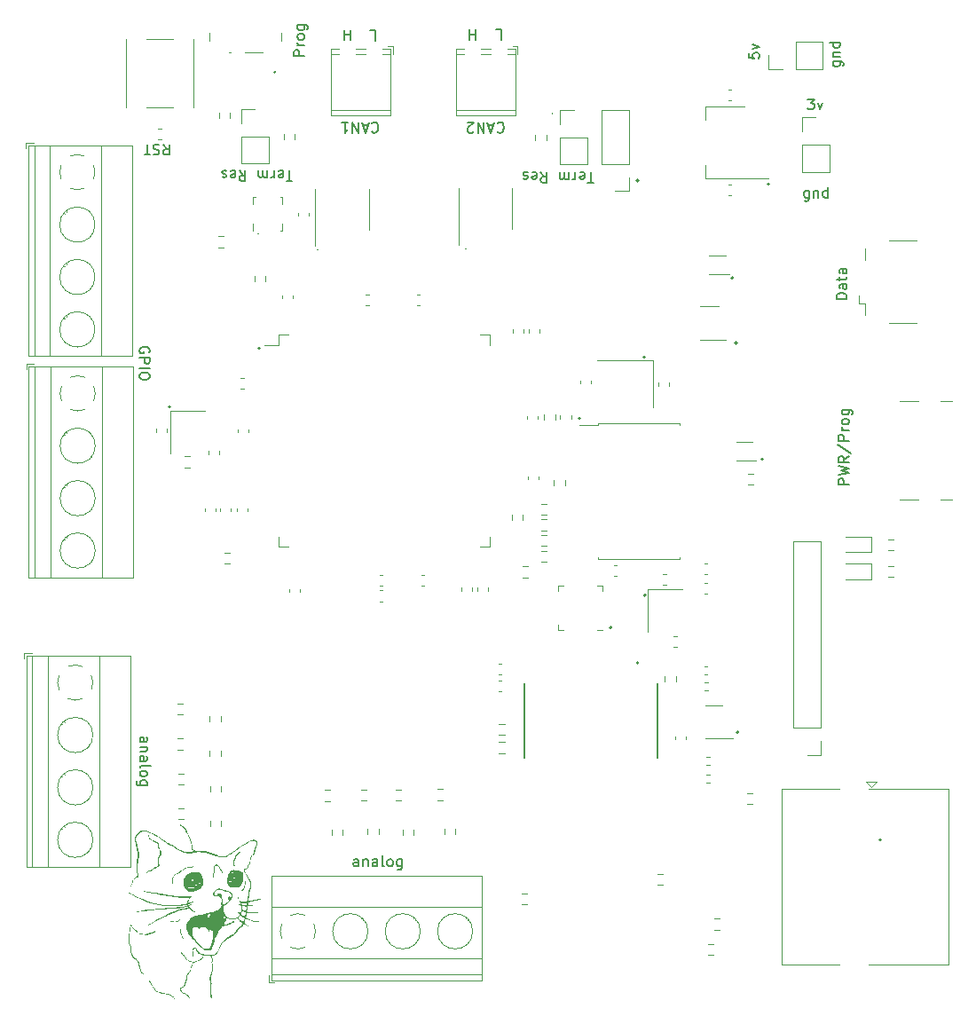
<source format=gbr>
%TF.GenerationSoftware,KiCad,Pcbnew,7.0.7*%
%TF.CreationDate,2024-04-15T16:49:56-05:00*%
%TF.ProjectId,Rev2.1,52657632-2e31-42e6-9b69-6361645f7063,rev?*%
%TF.SameCoordinates,Original*%
%TF.FileFunction,Legend,Top*%
%TF.FilePolarity,Positive*%
%FSLAX46Y46*%
G04 Gerber Fmt 4.6, Leading zero omitted, Abs format (unit mm)*
G04 Created by KiCad (PCBNEW 7.0.7) date 2024-04-15 16:49:56*
%MOMM*%
%LPD*%
G01*
G04 APERTURE LIST*
%ADD10C,0.150000*%
%ADD11C,0.120000*%
%ADD12C,0.127000*%
%ADD13C,0.200000*%
G04 APERTURE END LIST*
D10*
X159750000Y-116300000D02*
G75*
G03*
X159750000Y-116300000I-100000J0D01*
G01*
X145800000Y-80150000D02*
G75*
G03*
X145800000Y-80150000I-50000J0D01*
G01*
X171700000Y-89150000D02*
G75*
G03*
X171700000Y-89150000I-100000J0D01*
G01*
X117650000Y-95250000D02*
G75*
G03*
X117650000Y-95250000I-100000J0D01*
G01*
X154100000Y-67250000D02*
G75*
G03*
X154100000Y-67250000I-50000J0D01*
G01*
X174200000Y-100250000D02*
G75*
G03*
X174200000Y-100250000I-100000J0D01*
G01*
X126000000Y-78700000D02*
G75*
G03*
X126000000Y-78700000I-50000J0D01*
G01*
X185450000Y-136550000D02*
G75*
G03*
X185450000Y-136550000I-100000J0D01*
G01*
X126195544Y-89644427D02*
G75*
G03*
X126195544Y-89644427I-100000J0D01*
G01*
X131650000Y-80250000D02*
G75*
G03*
X131650000Y-80250000I-50000J0D01*
G01*
X174800000Y-74000000D02*
G75*
G03*
X174800000Y-74000000I-100000J0D01*
G01*
X163000000Y-113200000D02*
G75*
G03*
X163000000Y-113200000I-100000J0D01*
G01*
X171350000Y-82950000D02*
G75*
G03*
X171350000Y-82950000I-100000J0D01*
G01*
X156750000Y-96350000D02*
G75*
G03*
X156750000Y-96350000I-100000J0D01*
G01*
X162300000Y-73650000D02*
G75*
G03*
X162300000Y-73650000I-100000J0D01*
G01*
X162950000Y-90500000D02*
G75*
G03*
X162950000Y-90500000I-100000J0D01*
G01*
X127670711Y-63300000D02*
G75*
G03*
X127670711Y-63300000I-70711J0D01*
G01*
X171850000Y-126300000D02*
G75*
G03*
X171850000Y-126300000I-100000J0D01*
G01*
X182169819Y-84963220D02*
X181169819Y-84963220D01*
X181169819Y-84963220D02*
X181169819Y-84725125D01*
X181169819Y-84725125D02*
X181217438Y-84582268D01*
X181217438Y-84582268D02*
X181312676Y-84487030D01*
X181312676Y-84487030D02*
X181407914Y-84439411D01*
X181407914Y-84439411D02*
X181598390Y-84391792D01*
X181598390Y-84391792D02*
X181741247Y-84391792D01*
X181741247Y-84391792D02*
X181931723Y-84439411D01*
X181931723Y-84439411D02*
X182026961Y-84487030D01*
X182026961Y-84487030D02*
X182122200Y-84582268D01*
X182122200Y-84582268D02*
X182169819Y-84725125D01*
X182169819Y-84725125D02*
X182169819Y-84963220D01*
X182169819Y-83534649D02*
X181646009Y-83534649D01*
X181646009Y-83534649D02*
X181550771Y-83582268D01*
X181550771Y-83582268D02*
X181503152Y-83677506D01*
X181503152Y-83677506D02*
X181503152Y-83867982D01*
X181503152Y-83867982D02*
X181550771Y-83963220D01*
X182122200Y-83534649D02*
X182169819Y-83629887D01*
X182169819Y-83629887D02*
X182169819Y-83867982D01*
X182169819Y-83867982D02*
X182122200Y-83963220D01*
X182122200Y-83963220D02*
X182026961Y-84010839D01*
X182026961Y-84010839D02*
X181931723Y-84010839D01*
X181931723Y-84010839D02*
X181836485Y-83963220D01*
X181836485Y-83963220D02*
X181788866Y-83867982D01*
X181788866Y-83867982D02*
X181788866Y-83629887D01*
X181788866Y-83629887D02*
X181741247Y-83534649D01*
X181503152Y-83201315D02*
X181503152Y-82820363D01*
X181169819Y-83058458D02*
X182026961Y-83058458D01*
X182026961Y-83058458D02*
X182122200Y-83010839D01*
X182122200Y-83010839D02*
X182169819Y-82915601D01*
X182169819Y-82915601D02*
X182169819Y-82820363D01*
X182169819Y-82058458D02*
X181646009Y-82058458D01*
X181646009Y-82058458D02*
X181550771Y-82106077D01*
X181550771Y-82106077D02*
X181503152Y-82201315D01*
X181503152Y-82201315D02*
X181503152Y-82391791D01*
X181503152Y-82391791D02*
X181550771Y-82487029D01*
X182122200Y-82058458D02*
X182169819Y-82153696D01*
X182169819Y-82153696D02*
X182169819Y-82391791D01*
X182169819Y-82391791D02*
X182122200Y-82487029D01*
X182122200Y-82487029D02*
X182026961Y-82534648D01*
X182026961Y-82534648D02*
X181931723Y-82534648D01*
X181931723Y-82534648D02*
X181836485Y-82487029D01*
X181836485Y-82487029D02*
X181788866Y-82391791D01*
X181788866Y-82391791D02*
X181788866Y-82153696D01*
X181788866Y-82153696D02*
X181741247Y-82058458D01*
X136687030Y-59330180D02*
X137163220Y-59330180D01*
X137163220Y-59330180D02*
X137163220Y-60330180D01*
X130419819Y-61763220D02*
X129419819Y-61763220D01*
X129419819Y-61763220D02*
X129419819Y-61382268D01*
X129419819Y-61382268D02*
X129467438Y-61287030D01*
X129467438Y-61287030D02*
X129515057Y-61239411D01*
X129515057Y-61239411D02*
X129610295Y-61191792D01*
X129610295Y-61191792D02*
X129753152Y-61191792D01*
X129753152Y-61191792D02*
X129848390Y-61239411D01*
X129848390Y-61239411D02*
X129896009Y-61287030D01*
X129896009Y-61287030D02*
X129943628Y-61382268D01*
X129943628Y-61382268D02*
X129943628Y-61763220D01*
X130419819Y-60763220D02*
X129753152Y-60763220D01*
X129943628Y-60763220D02*
X129848390Y-60715601D01*
X129848390Y-60715601D02*
X129800771Y-60667982D01*
X129800771Y-60667982D02*
X129753152Y-60572744D01*
X129753152Y-60572744D02*
X129753152Y-60477506D01*
X130419819Y-60001315D02*
X130372200Y-60096553D01*
X130372200Y-60096553D02*
X130324580Y-60144172D01*
X130324580Y-60144172D02*
X130229342Y-60191791D01*
X130229342Y-60191791D02*
X129943628Y-60191791D01*
X129943628Y-60191791D02*
X129848390Y-60144172D01*
X129848390Y-60144172D02*
X129800771Y-60096553D01*
X129800771Y-60096553D02*
X129753152Y-60001315D01*
X129753152Y-60001315D02*
X129753152Y-59858458D01*
X129753152Y-59858458D02*
X129800771Y-59763220D01*
X129800771Y-59763220D02*
X129848390Y-59715601D01*
X129848390Y-59715601D02*
X129943628Y-59667982D01*
X129943628Y-59667982D02*
X130229342Y-59667982D01*
X130229342Y-59667982D02*
X130324580Y-59715601D01*
X130324580Y-59715601D02*
X130372200Y-59763220D01*
X130372200Y-59763220D02*
X130419819Y-59858458D01*
X130419819Y-59858458D02*
X130419819Y-60001315D01*
X129753152Y-58810839D02*
X130562676Y-58810839D01*
X130562676Y-58810839D02*
X130657914Y-58858458D01*
X130657914Y-58858458D02*
X130705533Y-58906077D01*
X130705533Y-58906077D02*
X130753152Y-59001315D01*
X130753152Y-59001315D02*
X130753152Y-59144172D01*
X130753152Y-59144172D02*
X130705533Y-59239410D01*
X130372200Y-58810839D02*
X130419819Y-58906077D01*
X130419819Y-58906077D02*
X130419819Y-59096553D01*
X130419819Y-59096553D02*
X130372200Y-59191791D01*
X130372200Y-59191791D02*
X130324580Y-59239410D01*
X130324580Y-59239410D02*
X130229342Y-59287029D01*
X130229342Y-59287029D02*
X129943628Y-59287029D01*
X129943628Y-59287029D02*
X129848390Y-59239410D01*
X129848390Y-59239410D02*
X129800771Y-59191791D01*
X129800771Y-59191791D02*
X129753152Y-59096553D01*
X129753152Y-59096553D02*
X129753152Y-58906077D01*
X129753152Y-58906077D02*
X129800771Y-58810839D01*
X178441541Y-65869819D02*
X179060588Y-65869819D01*
X179060588Y-65869819D02*
X178727255Y-66250771D01*
X178727255Y-66250771D02*
X178870112Y-66250771D01*
X178870112Y-66250771D02*
X178965350Y-66298390D01*
X178965350Y-66298390D02*
X179012969Y-66346009D01*
X179012969Y-66346009D02*
X179060588Y-66441247D01*
X179060588Y-66441247D02*
X179060588Y-66679342D01*
X179060588Y-66679342D02*
X179012969Y-66774580D01*
X179012969Y-66774580D02*
X178965350Y-66822200D01*
X178965350Y-66822200D02*
X178870112Y-66869819D01*
X178870112Y-66869819D02*
X178584398Y-66869819D01*
X178584398Y-66869819D02*
X178489160Y-66822200D01*
X178489160Y-66822200D02*
X178441541Y-66774580D01*
X179393922Y-66203152D02*
X179632017Y-66869819D01*
X179632017Y-66869819D02*
X179870112Y-66203152D01*
X172819819Y-61487030D02*
X172819819Y-61963220D01*
X172819819Y-61963220D02*
X173296009Y-62010839D01*
X173296009Y-62010839D02*
X173248390Y-61963220D01*
X173248390Y-61963220D02*
X173200771Y-61867982D01*
X173200771Y-61867982D02*
X173200771Y-61629887D01*
X173200771Y-61629887D02*
X173248390Y-61534649D01*
X173248390Y-61534649D02*
X173296009Y-61487030D01*
X173296009Y-61487030D02*
X173391247Y-61439411D01*
X173391247Y-61439411D02*
X173629342Y-61439411D01*
X173629342Y-61439411D02*
X173724580Y-61487030D01*
X173724580Y-61487030D02*
X173772200Y-61534649D01*
X173772200Y-61534649D02*
X173819819Y-61629887D01*
X173819819Y-61629887D02*
X173819819Y-61867982D01*
X173819819Y-61867982D02*
X173772200Y-61963220D01*
X173772200Y-61963220D02*
X173724580Y-62010839D01*
X173153152Y-61106077D02*
X173819819Y-60867982D01*
X173819819Y-60867982D02*
X173153152Y-60629887D01*
X180853152Y-62284649D02*
X181662676Y-62284649D01*
X181662676Y-62284649D02*
X181757914Y-62332268D01*
X181757914Y-62332268D02*
X181805533Y-62379887D01*
X181805533Y-62379887D02*
X181853152Y-62475125D01*
X181853152Y-62475125D02*
X181853152Y-62617982D01*
X181853152Y-62617982D02*
X181805533Y-62713220D01*
X181472200Y-62284649D02*
X181519819Y-62379887D01*
X181519819Y-62379887D02*
X181519819Y-62570363D01*
X181519819Y-62570363D02*
X181472200Y-62665601D01*
X181472200Y-62665601D02*
X181424580Y-62713220D01*
X181424580Y-62713220D02*
X181329342Y-62760839D01*
X181329342Y-62760839D02*
X181043628Y-62760839D01*
X181043628Y-62760839D02*
X180948390Y-62713220D01*
X180948390Y-62713220D02*
X180900771Y-62665601D01*
X180900771Y-62665601D02*
X180853152Y-62570363D01*
X180853152Y-62570363D02*
X180853152Y-62379887D01*
X180853152Y-62379887D02*
X180900771Y-62284649D01*
X180853152Y-61808458D02*
X181519819Y-61808458D01*
X180948390Y-61808458D02*
X180900771Y-61760839D01*
X180900771Y-61760839D02*
X180853152Y-61665601D01*
X180853152Y-61665601D02*
X180853152Y-61522744D01*
X180853152Y-61522744D02*
X180900771Y-61427506D01*
X180900771Y-61427506D02*
X180996009Y-61379887D01*
X180996009Y-61379887D02*
X181519819Y-61379887D01*
X181519819Y-60475125D02*
X180519819Y-60475125D01*
X181472200Y-60475125D02*
X181519819Y-60570363D01*
X181519819Y-60570363D02*
X181519819Y-60760839D01*
X181519819Y-60760839D02*
X181472200Y-60856077D01*
X181472200Y-60856077D02*
X181424580Y-60903696D01*
X181424580Y-60903696D02*
X181329342Y-60951315D01*
X181329342Y-60951315D02*
X181043628Y-60951315D01*
X181043628Y-60951315D02*
X180948390Y-60903696D01*
X180948390Y-60903696D02*
X180900771Y-60856077D01*
X180900771Y-60856077D02*
X180853152Y-60760839D01*
X180853152Y-60760839D02*
X180853152Y-60570363D01*
X180853152Y-60570363D02*
X180900771Y-60475125D01*
X129256077Y-73680180D02*
X128684649Y-73680180D01*
X128970363Y-72680180D02*
X128970363Y-73680180D01*
X127970363Y-72727800D02*
X128065601Y-72680180D01*
X128065601Y-72680180D02*
X128256077Y-72680180D01*
X128256077Y-72680180D02*
X128351315Y-72727800D01*
X128351315Y-72727800D02*
X128398934Y-72823038D01*
X128398934Y-72823038D02*
X128398934Y-73203990D01*
X128398934Y-73203990D02*
X128351315Y-73299228D01*
X128351315Y-73299228D02*
X128256077Y-73346847D01*
X128256077Y-73346847D02*
X128065601Y-73346847D01*
X128065601Y-73346847D02*
X127970363Y-73299228D01*
X127970363Y-73299228D02*
X127922744Y-73203990D01*
X127922744Y-73203990D02*
X127922744Y-73108752D01*
X127922744Y-73108752D02*
X128398934Y-73013514D01*
X127494172Y-72680180D02*
X127494172Y-73346847D01*
X127494172Y-73156371D02*
X127446553Y-73251609D01*
X127446553Y-73251609D02*
X127398934Y-73299228D01*
X127398934Y-73299228D02*
X127303696Y-73346847D01*
X127303696Y-73346847D02*
X127208458Y-73346847D01*
X126875124Y-72680180D02*
X126875124Y-73346847D01*
X126875124Y-73251609D02*
X126827505Y-73299228D01*
X126827505Y-73299228D02*
X126732267Y-73346847D01*
X126732267Y-73346847D02*
X126589410Y-73346847D01*
X126589410Y-73346847D02*
X126494172Y-73299228D01*
X126494172Y-73299228D02*
X126446553Y-73203990D01*
X126446553Y-73203990D02*
X126446553Y-72680180D01*
X126446553Y-73203990D02*
X126398934Y-73299228D01*
X126398934Y-73299228D02*
X126303696Y-73346847D01*
X126303696Y-73346847D02*
X126160839Y-73346847D01*
X126160839Y-73346847D02*
X126065600Y-73299228D01*
X126065600Y-73299228D02*
X126017981Y-73203990D01*
X126017981Y-73203990D02*
X126017981Y-72680180D01*
X124208458Y-72680180D02*
X124541791Y-73156371D01*
X124779886Y-72680180D02*
X124779886Y-73680180D01*
X124779886Y-73680180D02*
X124398934Y-73680180D01*
X124398934Y-73680180D02*
X124303696Y-73632561D01*
X124303696Y-73632561D02*
X124256077Y-73584942D01*
X124256077Y-73584942D02*
X124208458Y-73489704D01*
X124208458Y-73489704D02*
X124208458Y-73346847D01*
X124208458Y-73346847D02*
X124256077Y-73251609D01*
X124256077Y-73251609D02*
X124303696Y-73203990D01*
X124303696Y-73203990D02*
X124398934Y-73156371D01*
X124398934Y-73156371D02*
X124779886Y-73156371D01*
X123398934Y-72727800D02*
X123494172Y-72680180D01*
X123494172Y-72680180D02*
X123684648Y-72680180D01*
X123684648Y-72680180D02*
X123779886Y-72727800D01*
X123779886Y-72727800D02*
X123827505Y-72823038D01*
X123827505Y-72823038D02*
X123827505Y-73203990D01*
X123827505Y-73203990D02*
X123779886Y-73299228D01*
X123779886Y-73299228D02*
X123684648Y-73346847D01*
X123684648Y-73346847D02*
X123494172Y-73346847D01*
X123494172Y-73346847D02*
X123398934Y-73299228D01*
X123398934Y-73299228D02*
X123351315Y-73203990D01*
X123351315Y-73203990D02*
X123351315Y-73108752D01*
X123351315Y-73108752D02*
X123827505Y-73013514D01*
X122970362Y-72727800D02*
X122875124Y-72680180D01*
X122875124Y-72680180D02*
X122684648Y-72680180D01*
X122684648Y-72680180D02*
X122589410Y-72727800D01*
X122589410Y-72727800D02*
X122541791Y-72823038D01*
X122541791Y-72823038D02*
X122541791Y-72870657D01*
X122541791Y-72870657D02*
X122589410Y-72965895D01*
X122589410Y-72965895D02*
X122684648Y-73013514D01*
X122684648Y-73013514D02*
X122827505Y-73013514D01*
X122827505Y-73013514D02*
X122922743Y-73061133D01*
X122922743Y-73061133D02*
X122970362Y-73156371D01*
X122970362Y-73156371D02*
X122970362Y-73203990D01*
X122970362Y-73203990D02*
X122922743Y-73299228D01*
X122922743Y-73299228D02*
X122827505Y-73346847D01*
X122827505Y-73346847D02*
X122684648Y-73346847D01*
X122684648Y-73346847D02*
X122589410Y-73299228D01*
X148737030Y-59230180D02*
X149213220Y-59230180D01*
X149213220Y-59230180D02*
X149213220Y-60230180D01*
X158006077Y-73830180D02*
X157434649Y-73830180D01*
X157720363Y-72830180D02*
X157720363Y-73830180D01*
X156720363Y-72877800D02*
X156815601Y-72830180D01*
X156815601Y-72830180D02*
X157006077Y-72830180D01*
X157006077Y-72830180D02*
X157101315Y-72877800D01*
X157101315Y-72877800D02*
X157148934Y-72973038D01*
X157148934Y-72973038D02*
X157148934Y-73353990D01*
X157148934Y-73353990D02*
X157101315Y-73449228D01*
X157101315Y-73449228D02*
X157006077Y-73496847D01*
X157006077Y-73496847D02*
X156815601Y-73496847D01*
X156815601Y-73496847D02*
X156720363Y-73449228D01*
X156720363Y-73449228D02*
X156672744Y-73353990D01*
X156672744Y-73353990D02*
X156672744Y-73258752D01*
X156672744Y-73258752D02*
X157148934Y-73163514D01*
X156244172Y-72830180D02*
X156244172Y-73496847D01*
X156244172Y-73306371D02*
X156196553Y-73401609D01*
X156196553Y-73401609D02*
X156148934Y-73449228D01*
X156148934Y-73449228D02*
X156053696Y-73496847D01*
X156053696Y-73496847D02*
X155958458Y-73496847D01*
X155625124Y-72830180D02*
X155625124Y-73496847D01*
X155625124Y-73401609D02*
X155577505Y-73449228D01*
X155577505Y-73449228D02*
X155482267Y-73496847D01*
X155482267Y-73496847D02*
X155339410Y-73496847D01*
X155339410Y-73496847D02*
X155244172Y-73449228D01*
X155244172Y-73449228D02*
X155196553Y-73353990D01*
X155196553Y-73353990D02*
X155196553Y-72830180D01*
X155196553Y-73353990D02*
X155148934Y-73449228D01*
X155148934Y-73449228D02*
X155053696Y-73496847D01*
X155053696Y-73496847D02*
X154910839Y-73496847D01*
X154910839Y-73496847D02*
X154815600Y-73449228D01*
X154815600Y-73449228D02*
X154767981Y-73353990D01*
X154767981Y-73353990D02*
X154767981Y-72830180D01*
X152958458Y-72830180D02*
X153291791Y-73306371D01*
X153529886Y-72830180D02*
X153529886Y-73830180D01*
X153529886Y-73830180D02*
X153148934Y-73830180D01*
X153148934Y-73830180D02*
X153053696Y-73782561D01*
X153053696Y-73782561D02*
X153006077Y-73734942D01*
X153006077Y-73734942D02*
X152958458Y-73639704D01*
X152958458Y-73639704D02*
X152958458Y-73496847D01*
X152958458Y-73496847D02*
X153006077Y-73401609D01*
X153006077Y-73401609D02*
X153053696Y-73353990D01*
X153053696Y-73353990D02*
X153148934Y-73306371D01*
X153148934Y-73306371D02*
X153529886Y-73306371D01*
X152148934Y-72877800D02*
X152244172Y-72830180D01*
X152244172Y-72830180D02*
X152434648Y-72830180D01*
X152434648Y-72830180D02*
X152529886Y-72877800D01*
X152529886Y-72877800D02*
X152577505Y-72973038D01*
X152577505Y-72973038D02*
X152577505Y-73353990D01*
X152577505Y-73353990D02*
X152529886Y-73449228D01*
X152529886Y-73449228D02*
X152434648Y-73496847D01*
X152434648Y-73496847D02*
X152244172Y-73496847D01*
X152244172Y-73496847D02*
X152148934Y-73449228D01*
X152148934Y-73449228D02*
X152101315Y-73353990D01*
X152101315Y-73353990D02*
X152101315Y-73258752D01*
X152101315Y-73258752D02*
X152577505Y-73163514D01*
X151720362Y-72877800D02*
X151625124Y-72830180D01*
X151625124Y-72830180D02*
X151434648Y-72830180D01*
X151434648Y-72830180D02*
X151339410Y-72877800D01*
X151339410Y-72877800D02*
X151291791Y-72973038D01*
X151291791Y-72973038D02*
X151291791Y-73020657D01*
X151291791Y-73020657D02*
X151339410Y-73115895D01*
X151339410Y-73115895D02*
X151434648Y-73163514D01*
X151434648Y-73163514D02*
X151577505Y-73163514D01*
X151577505Y-73163514D02*
X151672743Y-73211133D01*
X151672743Y-73211133D02*
X151720362Y-73306371D01*
X151720362Y-73306371D02*
X151720362Y-73353990D01*
X151720362Y-73353990D02*
X151672743Y-73449228D01*
X151672743Y-73449228D02*
X151577505Y-73496847D01*
X151577505Y-73496847D02*
X151434648Y-73496847D01*
X151434648Y-73496847D02*
X151339410Y-73449228D01*
X146186779Y-60219819D02*
X146186779Y-59219819D01*
X146186779Y-59696009D02*
X146758207Y-59696009D01*
X146758207Y-60219819D02*
X146758207Y-59219819D01*
X134236779Y-60269819D02*
X134236779Y-59269819D01*
X134236779Y-59746009D02*
X134808207Y-59746009D01*
X134808207Y-60269819D02*
X134808207Y-59269819D01*
X178565350Y-74603152D02*
X178565350Y-75412676D01*
X178565350Y-75412676D02*
X178517731Y-75507914D01*
X178517731Y-75507914D02*
X178470112Y-75555533D01*
X178470112Y-75555533D02*
X178374874Y-75603152D01*
X178374874Y-75603152D02*
X178232017Y-75603152D01*
X178232017Y-75603152D02*
X178136779Y-75555533D01*
X178565350Y-75222200D02*
X178470112Y-75269819D01*
X178470112Y-75269819D02*
X178279636Y-75269819D01*
X178279636Y-75269819D02*
X178184398Y-75222200D01*
X178184398Y-75222200D02*
X178136779Y-75174580D01*
X178136779Y-75174580D02*
X178089160Y-75079342D01*
X178089160Y-75079342D02*
X178089160Y-74793628D01*
X178089160Y-74793628D02*
X178136779Y-74698390D01*
X178136779Y-74698390D02*
X178184398Y-74650771D01*
X178184398Y-74650771D02*
X178279636Y-74603152D01*
X178279636Y-74603152D02*
X178470112Y-74603152D01*
X178470112Y-74603152D02*
X178565350Y-74650771D01*
X179041541Y-74603152D02*
X179041541Y-75269819D01*
X179041541Y-74698390D02*
X179089160Y-74650771D01*
X179089160Y-74650771D02*
X179184398Y-74603152D01*
X179184398Y-74603152D02*
X179327255Y-74603152D01*
X179327255Y-74603152D02*
X179422493Y-74650771D01*
X179422493Y-74650771D02*
X179470112Y-74746009D01*
X179470112Y-74746009D02*
X179470112Y-75269819D01*
X180374874Y-75269819D02*
X180374874Y-74269819D01*
X180374874Y-75222200D02*
X180279636Y-75269819D01*
X180279636Y-75269819D02*
X180089160Y-75269819D01*
X180089160Y-75269819D02*
X179993922Y-75222200D01*
X179993922Y-75222200D02*
X179946303Y-75174580D01*
X179946303Y-75174580D02*
X179898684Y-75079342D01*
X179898684Y-75079342D02*
X179898684Y-74793628D01*
X179898684Y-74793628D02*
X179946303Y-74698390D01*
X179946303Y-74698390D02*
X179993922Y-74650771D01*
X179993922Y-74650771D02*
X180089160Y-74603152D01*
X180089160Y-74603152D02*
X180279636Y-74603152D01*
X180279636Y-74603152D02*
X180374874Y-74650771D01*
X136841792Y-68175419D02*
X136889411Y-68127800D01*
X136889411Y-68127800D02*
X137032268Y-68080180D01*
X137032268Y-68080180D02*
X137127506Y-68080180D01*
X137127506Y-68080180D02*
X137270363Y-68127800D01*
X137270363Y-68127800D02*
X137365601Y-68223038D01*
X137365601Y-68223038D02*
X137413220Y-68318276D01*
X137413220Y-68318276D02*
X137460839Y-68508752D01*
X137460839Y-68508752D02*
X137460839Y-68651609D01*
X137460839Y-68651609D02*
X137413220Y-68842085D01*
X137413220Y-68842085D02*
X137365601Y-68937323D01*
X137365601Y-68937323D02*
X137270363Y-69032561D01*
X137270363Y-69032561D02*
X137127506Y-69080180D01*
X137127506Y-69080180D02*
X137032268Y-69080180D01*
X137032268Y-69080180D02*
X136889411Y-69032561D01*
X136889411Y-69032561D02*
X136841792Y-68984942D01*
X136460839Y-68365895D02*
X135984649Y-68365895D01*
X136556077Y-68080180D02*
X136222744Y-69080180D01*
X136222744Y-69080180D02*
X135889411Y-68080180D01*
X135556077Y-68080180D02*
X135556077Y-69080180D01*
X135556077Y-69080180D02*
X134984649Y-68080180D01*
X134984649Y-68080180D02*
X134984649Y-69080180D01*
X133984649Y-68080180D02*
X134556077Y-68080180D01*
X134270363Y-68080180D02*
X134270363Y-69080180D01*
X134270363Y-69080180D02*
X134365601Y-68937323D01*
X134365601Y-68937323D02*
X134460839Y-68842085D01*
X134460839Y-68842085D02*
X134556077Y-68794466D01*
X115632561Y-90060588D02*
X115680180Y-89965350D01*
X115680180Y-89965350D02*
X115680180Y-89822493D01*
X115680180Y-89822493D02*
X115632561Y-89679636D01*
X115632561Y-89679636D02*
X115537323Y-89584398D01*
X115537323Y-89584398D02*
X115442085Y-89536779D01*
X115442085Y-89536779D02*
X115251609Y-89489160D01*
X115251609Y-89489160D02*
X115108752Y-89489160D01*
X115108752Y-89489160D02*
X114918276Y-89536779D01*
X114918276Y-89536779D02*
X114823038Y-89584398D01*
X114823038Y-89584398D02*
X114727800Y-89679636D01*
X114727800Y-89679636D02*
X114680180Y-89822493D01*
X114680180Y-89822493D02*
X114680180Y-89917731D01*
X114680180Y-89917731D02*
X114727800Y-90060588D01*
X114727800Y-90060588D02*
X114775419Y-90108207D01*
X114775419Y-90108207D02*
X115108752Y-90108207D01*
X115108752Y-90108207D02*
X115108752Y-89917731D01*
X114680180Y-90536779D02*
X115680180Y-90536779D01*
X115680180Y-90536779D02*
X115680180Y-90917731D01*
X115680180Y-90917731D02*
X115632561Y-91012969D01*
X115632561Y-91012969D02*
X115584942Y-91060588D01*
X115584942Y-91060588D02*
X115489704Y-91108207D01*
X115489704Y-91108207D02*
X115346847Y-91108207D01*
X115346847Y-91108207D02*
X115251609Y-91060588D01*
X115251609Y-91060588D02*
X115203990Y-91012969D01*
X115203990Y-91012969D02*
X115156371Y-90917731D01*
X115156371Y-90917731D02*
X115156371Y-90536779D01*
X114680180Y-91536779D02*
X115680180Y-91536779D01*
X115680180Y-92203445D02*
X115680180Y-92393921D01*
X115680180Y-92393921D02*
X115632561Y-92489159D01*
X115632561Y-92489159D02*
X115537323Y-92584397D01*
X115537323Y-92584397D02*
X115346847Y-92632016D01*
X115346847Y-92632016D02*
X115013514Y-92632016D01*
X115013514Y-92632016D02*
X114823038Y-92584397D01*
X114823038Y-92584397D02*
X114727800Y-92489159D01*
X114727800Y-92489159D02*
X114680180Y-92393921D01*
X114680180Y-92393921D02*
X114680180Y-92203445D01*
X114680180Y-92203445D02*
X114727800Y-92108207D01*
X114727800Y-92108207D02*
X114823038Y-92012969D01*
X114823038Y-92012969D02*
X115013514Y-91965350D01*
X115013514Y-91965350D02*
X115346847Y-91965350D01*
X115346847Y-91965350D02*
X115537323Y-92012969D01*
X115537323Y-92012969D02*
X115632561Y-92108207D01*
X115632561Y-92108207D02*
X115680180Y-92203445D01*
X148841792Y-68175419D02*
X148889411Y-68127800D01*
X148889411Y-68127800D02*
X149032268Y-68080180D01*
X149032268Y-68080180D02*
X149127506Y-68080180D01*
X149127506Y-68080180D02*
X149270363Y-68127800D01*
X149270363Y-68127800D02*
X149365601Y-68223038D01*
X149365601Y-68223038D02*
X149413220Y-68318276D01*
X149413220Y-68318276D02*
X149460839Y-68508752D01*
X149460839Y-68508752D02*
X149460839Y-68651609D01*
X149460839Y-68651609D02*
X149413220Y-68842085D01*
X149413220Y-68842085D02*
X149365601Y-68937323D01*
X149365601Y-68937323D02*
X149270363Y-69032561D01*
X149270363Y-69032561D02*
X149127506Y-69080180D01*
X149127506Y-69080180D02*
X149032268Y-69080180D01*
X149032268Y-69080180D02*
X148889411Y-69032561D01*
X148889411Y-69032561D02*
X148841792Y-68984942D01*
X148460839Y-68365895D02*
X147984649Y-68365895D01*
X148556077Y-68080180D02*
X148222744Y-69080180D01*
X148222744Y-69080180D02*
X147889411Y-68080180D01*
X147556077Y-68080180D02*
X147556077Y-69080180D01*
X147556077Y-69080180D02*
X146984649Y-68080180D01*
X146984649Y-68080180D02*
X146984649Y-69080180D01*
X146556077Y-68984942D02*
X146508458Y-69032561D01*
X146508458Y-69032561D02*
X146413220Y-69080180D01*
X146413220Y-69080180D02*
X146175125Y-69080180D01*
X146175125Y-69080180D02*
X146079887Y-69032561D01*
X146079887Y-69032561D02*
X146032268Y-68984942D01*
X146032268Y-68984942D02*
X145984649Y-68889704D01*
X145984649Y-68889704D02*
X145984649Y-68794466D01*
X145984649Y-68794466D02*
X146032268Y-68651609D01*
X146032268Y-68651609D02*
X146603696Y-68080180D01*
X146603696Y-68080180D02*
X145984649Y-68080180D01*
X182369819Y-102663220D02*
X181369819Y-102663220D01*
X181369819Y-102663220D02*
X181369819Y-102282268D01*
X181369819Y-102282268D02*
X181417438Y-102187030D01*
X181417438Y-102187030D02*
X181465057Y-102139411D01*
X181465057Y-102139411D02*
X181560295Y-102091792D01*
X181560295Y-102091792D02*
X181703152Y-102091792D01*
X181703152Y-102091792D02*
X181798390Y-102139411D01*
X181798390Y-102139411D02*
X181846009Y-102187030D01*
X181846009Y-102187030D02*
X181893628Y-102282268D01*
X181893628Y-102282268D02*
X181893628Y-102663220D01*
X181369819Y-101758458D02*
X182369819Y-101520363D01*
X182369819Y-101520363D02*
X181655533Y-101329887D01*
X181655533Y-101329887D02*
X182369819Y-101139411D01*
X182369819Y-101139411D02*
X181369819Y-100901316D01*
X182369819Y-99948935D02*
X181893628Y-100282268D01*
X182369819Y-100520363D02*
X181369819Y-100520363D01*
X181369819Y-100520363D02*
X181369819Y-100139411D01*
X181369819Y-100139411D02*
X181417438Y-100044173D01*
X181417438Y-100044173D02*
X181465057Y-99996554D01*
X181465057Y-99996554D02*
X181560295Y-99948935D01*
X181560295Y-99948935D02*
X181703152Y-99948935D01*
X181703152Y-99948935D02*
X181798390Y-99996554D01*
X181798390Y-99996554D02*
X181846009Y-100044173D01*
X181846009Y-100044173D02*
X181893628Y-100139411D01*
X181893628Y-100139411D02*
X181893628Y-100520363D01*
X181322200Y-98806078D02*
X182607914Y-99663220D01*
X182369819Y-98472744D02*
X181369819Y-98472744D01*
X181369819Y-98472744D02*
X181369819Y-98091792D01*
X181369819Y-98091792D02*
X181417438Y-97996554D01*
X181417438Y-97996554D02*
X181465057Y-97948935D01*
X181465057Y-97948935D02*
X181560295Y-97901316D01*
X181560295Y-97901316D02*
X181703152Y-97901316D01*
X181703152Y-97901316D02*
X181798390Y-97948935D01*
X181798390Y-97948935D02*
X181846009Y-97996554D01*
X181846009Y-97996554D02*
X181893628Y-98091792D01*
X181893628Y-98091792D02*
X181893628Y-98472744D01*
X182369819Y-97472744D02*
X181703152Y-97472744D01*
X181893628Y-97472744D02*
X181798390Y-97425125D01*
X181798390Y-97425125D02*
X181750771Y-97377506D01*
X181750771Y-97377506D02*
X181703152Y-97282268D01*
X181703152Y-97282268D02*
X181703152Y-97187030D01*
X182369819Y-96710839D02*
X182322200Y-96806077D01*
X182322200Y-96806077D02*
X182274580Y-96853696D01*
X182274580Y-96853696D02*
X182179342Y-96901315D01*
X182179342Y-96901315D02*
X181893628Y-96901315D01*
X181893628Y-96901315D02*
X181798390Y-96853696D01*
X181798390Y-96853696D02*
X181750771Y-96806077D01*
X181750771Y-96806077D02*
X181703152Y-96710839D01*
X181703152Y-96710839D02*
X181703152Y-96567982D01*
X181703152Y-96567982D02*
X181750771Y-96472744D01*
X181750771Y-96472744D02*
X181798390Y-96425125D01*
X181798390Y-96425125D02*
X181893628Y-96377506D01*
X181893628Y-96377506D02*
X182179342Y-96377506D01*
X182179342Y-96377506D02*
X182274580Y-96425125D01*
X182274580Y-96425125D02*
X182322200Y-96472744D01*
X182322200Y-96472744D02*
X182369819Y-96567982D01*
X182369819Y-96567982D02*
X182369819Y-96710839D01*
X181703152Y-95520363D02*
X182512676Y-95520363D01*
X182512676Y-95520363D02*
X182607914Y-95567982D01*
X182607914Y-95567982D02*
X182655533Y-95615601D01*
X182655533Y-95615601D02*
X182703152Y-95710839D01*
X182703152Y-95710839D02*
X182703152Y-95853696D01*
X182703152Y-95853696D02*
X182655533Y-95948934D01*
X182322200Y-95520363D02*
X182369819Y-95615601D01*
X182369819Y-95615601D02*
X182369819Y-95806077D01*
X182369819Y-95806077D02*
X182322200Y-95901315D01*
X182322200Y-95901315D02*
X182274580Y-95948934D01*
X182274580Y-95948934D02*
X182179342Y-95996553D01*
X182179342Y-95996553D02*
X181893628Y-95996553D01*
X181893628Y-95996553D02*
X181798390Y-95948934D01*
X181798390Y-95948934D02*
X181750771Y-95901315D01*
X181750771Y-95901315D02*
X181703152Y-95806077D01*
X181703152Y-95806077D02*
X181703152Y-95615601D01*
X181703152Y-95615601D02*
X181750771Y-95520363D01*
X116941792Y-70180180D02*
X117275125Y-70656371D01*
X117513220Y-70180180D02*
X117513220Y-71180180D01*
X117513220Y-71180180D02*
X117132268Y-71180180D01*
X117132268Y-71180180D02*
X117037030Y-71132561D01*
X117037030Y-71132561D02*
X116989411Y-71084942D01*
X116989411Y-71084942D02*
X116941792Y-70989704D01*
X116941792Y-70989704D02*
X116941792Y-70846847D01*
X116941792Y-70846847D02*
X116989411Y-70751609D01*
X116989411Y-70751609D02*
X117037030Y-70703990D01*
X117037030Y-70703990D02*
X117132268Y-70656371D01*
X117132268Y-70656371D02*
X117513220Y-70656371D01*
X116560839Y-70227800D02*
X116417982Y-70180180D01*
X116417982Y-70180180D02*
X116179887Y-70180180D01*
X116179887Y-70180180D02*
X116084649Y-70227800D01*
X116084649Y-70227800D02*
X116037030Y-70275419D01*
X116037030Y-70275419D02*
X115989411Y-70370657D01*
X115989411Y-70370657D02*
X115989411Y-70465895D01*
X115989411Y-70465895D02*
X116037030Y-70561133D01*
X116037030Y-70561133D02*
X116084649Y-70608752D01*
X116084649Y-70608752D02*
X116179887Y-70656371D01*
X116179887Y-70656371D02*
X116370363Y-70703990D01*
X116370363Y-70703990D02*
X116465601Y-70751609D01*
X116465601Y-70751609D02*
X116513220Y-70799228D01*
X116513220Y-70799228D02*
X116560839Y-70894466D01*
X116560839Y-70894466D02*
X116560839Y-70989704D01*
X116560839Y-70989704D02*
X116513220Y-71084942D01*
X116513220Y-71084942D02*
X116465601Y-71132561D01*
X116465601Y-71132561D02*
X116370363Y-71180180D01*
X116370363Y-71180180D02*
X116132268Y-71180180D01*
X116132268Y-71180180D02*
X115989411Y-71132561D01*
X115703696Y-71180180D02*
X115132268Y-71180180D01*
X115417982Y-70180180D02*
X115417982Y-71180180D01*
X135565350Y-139069819D02*
X135565350Y-138546009D01*
X135565350Y-138546009D02*
X135517731Y-138450771D01*
X135517731Y-138450771D02*
X135422493Y-138403152D01*
X135422493Y-138403152D02*
X135232017Y-138403152D01*
X135232017Y-138403152D02*
X135136779Y-138450771D01*
X135565350Y-139022200D02*
X135470112Y-139069819D01*
X135470112Y-139069819D02*
X135232017Y-139069819D01*
X135232017Y-139069819D02*
X135136779Y-139022200D01*
X135136779Y-139022200D02*
X135089160Y-138926961D01*
X135089160Y-138926961D02*
X135089160Y-138831723D01*
X135089160Y-138831723D02*
X135136779Y-138736485D01*
X135136779Y-138736485D02*
X135232017Y-138688866D01*
X135232017Y-138688866D02*
X135470112Y-138688866D01*
X135470112Y-138688866D02*
X135565350Y-138641247D01*
X136041541Y-138403152D02*
X136041541Y-139069819D01*
X136041541Y-138498390D02*
X136089160Y-138450771D01*
X136089160Y-138450771D02*
X136184398Y-138403152D01*
X136184398Y-138403152D02*
X136327255Y-138403152D01*
X136327255Y-138403152D02*
X136422493Y-138450771D01*
X136422493Y-138450771D02*
X136470112Y-138546009D01*
X136470112Y-138546009D02*
X136470112Y-139069819D01*
X137374874Y-139069819D02*
X137374874Y-138546009D01*
X137374874Y-138546009D02*
X137327255Y-138450771D01*
X137327255Y-138450771D02*
X137232017Y-138403152D01*
X137232017Y-138403152D02*
X137041541Y-138403152D01*
X137041541Y-138403152D02*
X136946303Y-138450771D01*
X137374874Y-139022200D02*
X137279636Y-139069819D01*
X137279636Y-139069819D02*
X137041541Y-139069819D01*
X137041541Y-139069819D02*
X136946303Y-139022200D01*
X136946303Y-139022200D02*
X136898684Y-138926961D01*
X136898684Y-138926961D02*
X136898684Y-138831723D01*
X136898684Y-138831723D02*
X136946303Y-138736485D01*
X136946303Y-138736485D02*
X137041541Y-138688866D01*
X137041541Y-138688866D02*
X137279636Y-138688866D01*
X137279636Y-138688866D02*
X137374874Y-138641247D01*
X137993922Y-139069819D02*
X137898684Y-139022200D01*
X137898684Y-139022200D02*
X137851065Y-138926961D01*
X137851065Y-138926961D02*
X137851065Y-138069819D01*
X138517732Y-139069819D02*
X138422494Y-139022200D01*
X138422494Y-139022200D02*
X138374875Y-138974580D01*
X138374875Y-138974580D02*
X138327256Y-138879342D01*
X138327256Y-138879342D02*
X138327256Y-138593628D01*
X138327256Y-138593628D02*
X138374875Y-138498390D01*
X138374875Y-138498390D02*
X138422494Y-138450771D01*
X138422494Y-138450771D02*
X138517732Y-138403152D01*
X138517732Y-138403152D02*
X138660589Y-138403152D01*
X138660589Y-138403152D02*
X138755827Y-138450771D01*
X138755827Y-138450771D02*
X138803446Y-138498390D01*
X138803446Y-138498390D02*
X138851065Y-138593628D01*
X138851065Y-138593628D02*
X138851065Y-138879342D01*
X138851065Y-138879342D02*
X138803446Y-138974580D01*
X138803446Y-138974580D02*
X138755827Y-139022200D01*
X138755827Y-139022200D02*
X138660589Y-139069819D01*
X138660589Y-139069819D02*
X138517732Y-139069819D01*
X139708208Y-138403152D02*
X139708208Y-139212676D01*
X139708208Y-139212676D02*
X139660589Y-139307914D01*
X139660589Y-139307914D02*
X139612970Y-139355533D01*
X139612970Y-139355533D02*
X139517732Y-139403152D01*
X139517732Y-139403152D02*
X139374875Y-139403152D01*
X139374875Y-139403152D02*
X139279637Y-139355533D01*
X139708208Y-139022200D02*
X139612970Y-139069819D01*
X139612970Y-139069819D02*
X139422494Y-139069819D01*
X139422494Y-139069819D02*
X139327256Y-139022200D01*
X139327256Y-139022200D02*
X139279637Y-138974580D01*
X139279637Y-138974580D02*
X139232018Y-138879342D01*
X139232018Y-138879342D02*
X139232018Y-138593628D01*
X139232018Y-138593628D02*
X139279637Y-138498390D01*
X139279637Y-138498390D02*
X139327256Y-138450771D01*
X139327256Y-138450771D02*
X139422494Y-138403152D01*
X139422494Y-138403152D02*
X139612970Y-138403152D01*
X139612970Y-138403152D02*
X139708208Y-138450771D01*
X114730180Y-127215350D02*
X115253990Y-127215350D01*
X115253990Y-127215350D02*
X115349228Y-127167731D01*
X115349228Y-127167731D02*
X115396847Y-127072493D01*
X115396847Y-127072493D02*
X115396847Y-126882017D01*
X115396847Y-126882017D02*
X115349228Y-126786779D01*
X114777800Y-127215350D02*
X114730180Y-127120112D01*
X114730180Y-127120112D02*
X114730180Y-126882017D01*
X114730180Y-126882017D02*
X114777800Y-126786779D01*
X114777800Y-126786779D02*
X114873038Y-126739160D01*
X114873038Y-126739160D02*
X114968276Y-126739160D01*
X114968276Y-126739160D02*
X115063514Y-126786779D01*
X115063514Y-126786779D02*
X115111133Y-126882017D01*
X115111133Y-126882017D02*
X115111133Y-127120112D01*
X115111133Y-127120112D02*
X115158752Y-127215350D01*
X115396847Y-127691541D02*
X114730180Y-127691541D01*
X115301609Y-127691541D02*
X115349228Y-127739160D01*
X115349228Y-127739160D02*
X115396847Y-127834398D01*
X115396847Y-127834398D02*
X115396847Y-127977255D01*
X115396847Y-127977255D02*
X115349228Y-128072493D01*
X115349228Y-128072493D02*
X115253990Y-128120112D01*
X115253990Y-128120112D02*
X114730180Y-128120112D01*
X114730180Y-129024874D02*
X115253990Y-129024874D01*
X115253990Y-129024874D02*
X115349228Y-128977255D01*
X115349228Y-128977255D02*
X115396847Y-128882017D01*
X115396847Y-128882017D02*
X115396847Y-128691541D01*
X115396847Y-128691541D02*
X115349228Y-128596303D01*
X114777800Y-129024874D02*
X114730180Y-128929636D01*
X114730180Y-128929636D02*
X114730180Y-128691541D01*
X114730180Y-128691541D02*
X114777800Y-128596303D01*
X114777800Y-128596303D02*
X114873038Y-128548684D01*
X114873038Y-128548684D02*
X114968276Y-128548684D01*
X114968276Y-128548684D02*
X115063514Y-128596303D01*
X115063514Y-128596303D02*
X115111133Y-128691541D01*
X115111133Y-128691541D02*
X115111133Y-128929636D01*
X115111133Y-128929636D02*
X115158752Y-129024874D01*
X114730180Y-129643922D02*
X114777800Y-129548684D01*
X114777800Y-129548684D02*
X114873038Y-129501065D01*
X114873038Y-129501065D02*
X115730180Y-129501065D01*
X114730180Y-130167732D02*
X114777800Y-130072494D01*
X114777800Y-130072494D02*
X114825419Y-130024875D01*
X114825419Y-130024875D02*
X114920657Y-129977256D01*
X114920657Y-129977256D02*
X115206371Y-129977256D01*
X115206371Y-129977256D02*
X115301609Y-130024875D01*
X115301609Y-130024875D02*
X115349228Y-130072494D01*
X115349228Y-130072494D02*
X115396847Y-130167732D01*
X115396847Y-130167732D02*
X115396847Y-130310589D01*
X115396847Y-130310589D02*
X115349228Y-130405827D01*
X115349228Y-130405827D02*
X115301609Y-130453446D01*
X115301609Y-130453446D02*
X115206371Y-130501065D01*
X115206371Y-130501065D02*
X114920657Y-130501065D01*
X114920657Y-130501065D02*
X114825419Y-130453446D01*
X114825419Y-130453446D02*
X114777800Y-130405827D01*
X114777800Y-130405827D02*
X114730180Y-130310589D01*
X114730180Y-130310589D02*
X114730180Y-130167732D01*
X115396847Y-131358208D02*
X114587323Y-131358208D01*
X114587323Y-131358208D02*
X114492085Y-131310589D01*
X114492085Y-131310589D02*
X114444466Y-131262970D01*
X114444466Y-131262970D02*
X114396847Y-131167732D01*
X114396847Y-131167732D02*
X114396847Y-131024875D01*
X114396847Y-131024875D02*
X114444466Y-130929637D01*
X114777800Y-131358208D02*
X114730180Y-131262970D01*
X114730180Y-131262970D02*
X114730180Y-131072494D01*
X114730180Y-131072494D02*
X114777800Y-130977256D01*
X114777800Y-130977256D02*
X114825419Y-130929637D01*
X114825419Y-130929637D02*
X114920657Y-130882018D01*
X114920657Y-130882018D02*
X115206371Y-130882018D01*
X115206371Y-130882018D02*
X115301609Y-130929637D01*
X115301609Y-130929637D02*
X115349228Y-130977256D01*
X115349228Y-130977256D02*
X115396847Y-131072494D01*
X115396847Y-131072494D02*
X115396847Y-131262970D01*
X115396847Y-131262970D02*
X115349228Y-131358208D01*
D11*
%TO.C,C6*%
X168883767Y-111235000D02*
X168591233Y-111235000D01*
X168883767Y-110215000D02*
X168591233Y-110215000D01*
%TO.C,C43*%
X123940000Y-105221267D02*
X123940000Y-104928733D01*
X124960000Y-105221267D02*
X124960000Y-104928733D01*
%TO.C,R32*%
X168942621Y-122255000D02*
X168607379Y-122255000D01*
X168942621Y-121495000D02*
X168607379Y-121495000D01*
%TO.C,R16*%
X143752500Y-136034724D02*
X143752500Y-135525276D01*
X144797500Y-136034724D02*
X144797500Y-135525276D01*
%TO.C,U7*%
X158475000Y-96765000D02*
X158475000Y-97000000D01*
X158475000Y-97000000D02*
X156660000Y-97000000D01*
X158475000Y-109785000D02*
X158475000Y-109550000D01*
X162335000Y-96765000D02*
X158475000Y-96765000D01*
X162335000Y-96765000D02*
X166195000Y-96765000D01*
X162335000Y-109785000D02*
X158475000Y-109785000D01*
X162335000Y-109785000D02*
X166195000Y-109785000D01*
X166195000Y-96765000D02*
X166195000Y-97000000D01*
X166195000Y-109785000D02*
X166195000Y-109550000D01*
%TO.C,D2*%
X184535000Y-109095000D02*
X184535000Y-107625000D01*
X184535000Y-107625000D02*
X182075000Y-107625000D01*
X182075000Y-109095000D02*
X184535000Y-109095000D01*
%TO.C,C39*%
X136278733Y-84490000D02*
X136571267Y-84490000D01*
X136278733Y-85510000D02*
X136571267Y-85510000D01*
%TO.C,J6*%
X188825000Y-87260000D02*
X186225000Y-87260000D01*
X183915000Y-86500000D02*
X183915000Y-85350000D01*
X183325000Y-85350000D02*
X183325000Y-84650000D01*
X183915000Y-85350000D02*
X183325000Y-85350000D01*
X183915000Y-81250000D02*
X183915000Y-80100000D01*
X186225000Y-79340000D02*
X188825000Y-79340000D01*
%TO.C,R28*%
X164654724Y-140822500D02*
X164145276Y-140822500D01*
X164654724Y-139777500D02*
X164145276Y-139777500D01*
%TO.C,R39*%
X151272500Y-105495276D02*
X151272500Y-106004724D01*
X150227500Y-105495276D02*
X150227500Y-106004724D01*
%TO.C,U4*%
X145140000Y-76325000D02*
X145140000Y-79775000D01*
X145140000Y-76325000D02*
X145140000Y-74375000D01*
X150260000Y-76325000D02*
X150260000Y-78275000D01*
X150260000Y-76325000D02*
X150260000Y-74375000D01*
%TO.C,R29*%
X173154724Y-133122500D02*
X172645276Y-133122500D01*
X173154724Y-132077500D02*
X172645276Y-132077500D01*
%TO.C,D1*%
X184535000Y-111685000D02*
X184535000Y-110215000D01*
X184535000Y-110215000D02*
X182075000Y-110215000D01*
X182075000Y-111685000D02*
X184535000Y-111685000D01*
%TO.C,R13*%
X133002500Y-136059724D02*
X133002500Y-135550276D01*
X134047500Y-136059724D02*
X134047500Y-135550276D01*
%TO.C,C5*%
X166810000Y-126678733D02*
X166810000Y-126971267D01*
X165790000Y-126678733D02*
X165790000Y-126971267D01*
%TO.C,R38*%
X152995276Y-105977500D02*
X153504724Y-105977500D01*
X152995276Y-107022500D02*
X153504724Y-107022500D01*
%TO.C,P2*%
X189000000Y-104070000D02*
X187200000Y-104070000D01*
X191100000Y-104070000D02*
X192250000Y-104070000D01*
X189000000Y-94730000D02*
X187200000Y-94730000D01*
X191100000Y-94730000D02*
X192250000Y-94730000D01*
%TO.C,C35*%
X141846267Y-112285000D02*
X141553733Y-112285000D01*
X141846267Y-111265000D02*
X141553733Y-111265000D01*
%TO.C,R36*%
X169454724Y-147522500D02*
X168945276Y-147522500D01*
X169454724Y-146477500D02*
X168945276Y-146477500D01*
%TO.C,J12*%
X174695000Y-63030000D02*
X174695000Y-61700000D01*
X176025000Y-63030000D02*
X174695000Y-63030000D01*
X177295000Y-63030000D02*
X179895000Y-63030000D01*
X177295000Y-63030000D02*
X177295000Y-60370000D01*
X179895000Y-63030000D02*
X179895000Y-60370000D01*
X177295000Y-60370000D02*
X179895000Y-60370000D01*
%TO.C,C10*%
X165653733Y-117090000D02*
X165946267Y-117090000D01*
X165653733Y-118110000D02*
X165946267Y-118110000D01*
%TO.C,Y3*%
X166500000Y-112675000D02*
X163200000Y-112675000D01*
X163200000Y-112675000D02*
X163200000Y-116675000D01*
%TO.C,C37*%
X151335000Y-87853733D02*
X151335000Y-88146267D01*
X150315000Y-87853733D02*
X150315000Y-88146267D01*
%TO.C,R25*%
X151679724Y-142732500D02*
X151170276Y-142732500D01*
X151679724Y-141687500D02*
X151170276Y-141687500D01*
%TO.C,R14*%
X136452500Y-136009724D02*
X136452500Y-135500276D01*
X137497500Y-136009724D02*
X137497500Y-135500276D01*
%TO.C,R30*%
X170054724Y-145122500D02*
X169545276Y-145122500D01*
X170054724Y-144077500D02*
X169545276Y-144077500D01*
%TO.C,R10*%
X118325276Y-126877500D02*
X118834724Y-126877500D01*
X118325276Y-127922500D02*
X118834724Y-127922500D01*
%TO.C,J2*%
X138850000Y-61565000D02*
X138850000Y-60825000D01*
X138850000Y-60825000D02*
X138350000Y-60825000D01*
X138610000Y-67385000D02*
X138610000Y-61065000D01*
X138610000Y-67385000D02*
X132950000Y-67385000D01*
X138610000Y-66925000D02*
X132950000Y-66925000D01*
X138610000Y-61625000D02*
X137840000Y-61625000D01*
X138610000Y-61065000D02*
X137840000Y-61065000D01*
X136260000Y-61625000D02*
X135300000Y-61625000D01*
X136260000Y-61065000D02*
X135300000Y-61065000D01*
X133720000Y-61625000D02*
X132950000Y-61625000D01*
X133720000Y-61065000D02*
X132950000Y-61065000D01*
X132950000Y-67385000D02*
X132950000Y-61065000D01*
%TO.C,R45*%
X122220276Y-78977500D02*
X122729724Y-78977500D01*
X122220276Y-80022500D02*
X122729724Y-80022500D01*
%TO.C,C12*%
X149221267Y-120795000D02*
X148928733Y-120795000D01*
X149221267Y-119775000D02*
X148928733Y-119775000D01*
%TO.C,R24*%
X143642224Y-132772500D02*
X143132776Y-132772500D01*
X143642224Y-131727500D02*
X143132776Y-131727500D01*
%TO.C,C32*%
X170853733Y-73990000D02*
X171146267Y-73990000D01*
X170853733Y-75010000D02*
X171146267Y-75010000D01*
%TO.C,R7*%
X186642224Y-108947500D02*
X186132776Y-108947500D01*
X186642224Y-107902500D02*
X186132776Y-107902500D01*
%TO.C,R35*%
X165872500Y-120945276D02*
X165872500Y-121454724D01*
X164827500Y-120945276D02*
X164827500Y-121454724D01*
%TO.C,J7*%
X104590000Y-70050000D02*
X103850000Y-70050000D01*
X103850000Y-70050000D02*
X103850000Y-70550000D01*
X114011000Y-70290000D02*
X104090000Y-70290000D01*
X114011000Y-70290000D02*
X114011000Y-90411000D01*
X111051000Y-70290000D02*
X111051000Y-90411000D01*
X106150000Y-70290000D02*
X106150000Y-90411000D01*
X104650000Y-70290000D02*
X104650000Y-90411000D01*
X104090000Y-70290000D02*
X104090000Y-90411000D01*
X107727000Y-76623000D02*
X107681000Y-76576000D01*
X107511000Y-76816000D02*
X107476000Y-76781000D01*
X110025000Y-78920000D02*
X109989000Y-78885000D01*
X109819000Y-79125000D02*
X109773000Y-79078000D01*
X107727000Y-81623000D02*
X107681000Y-81576000D01*
X107511000Y-81816000D02*
X107476000Y-81781000D01*
X110025000Y-83920000D02*
X109989000Y-83885000D01*
X109819000Y-84125000D02*
X109773000Y-84078000D01*
X107727000Y-86623000D02*
X107681000Y-86576000D01*
X107511000Y-86816000D02*
X107476000Y-86781000D01*
X110025000Y-88920000D02*
X109989000Y-88885000D01*
X109819000Y-89125000D02*
X109773000Y-89078000D01*
X114011000Y-90411000D02*
X104090000Y-90411000D01*
X109433999Y-71315001D02*
G75*
G03*
X108066958Y-71314574I-684000J-1534992D01*
G01*
X110284999Y-73533999D02*
G75*
G03*
X110285426Y-72166958I-1534992J684000D01*
G01*
X107215001Y-72166000D02*
G75*
G03*
X107069748Y-72878805I1535000J-683999D01*
G01*
X107070001Y-72850000D02*
G75*
G03*
X107215245Y-73533318I1679999J0D01*
G01*
X108066000Y-74385000D02*
G75*
G03*
X109433042Y-74385426I684000J1535000D01*
G01*
X110430000Y-77850000D02*
G75*
G03*
X110430000Y-77850000I-1680000J0D01*
G01*
X110430000Y-82850000D02*
G75*
G03*
X110430000Y-82850000I-1680000J0D01*
G01*
X110430000Y-87850000D02*
G75*
G03*
X110430000Y-87850000I-1680000J0D01*
G01*
%TO.C,Y1*%
X163725000Y-95275000D02*
X163725000Y-90775000D01*
X163725000Y-90775000D02*
X158325000Y-90775000D01*
D12*
%TO.C,T1*%
X164100000Y-121588000D02*
X164100000Y-128698000D01*
X151400000Y-121588000D02*
X151400000Y-128698000D01*
D13*
X162295000Y-119682000D02*
G75*
G03*
X162295000Y-119682000I-100000J0D01*
G01*
D11*
%TO.C,R18*%
X122427500Y-128045276D02*
X122427500Y-128554724D01*
X121382500Y-128045276D02*
X121382500Y-128554724D01*
%TO.C,R5*%
X153302500Y-96479724D02*
X153302500Y-95970276D01*
X154347500Y-96479724D02*
X154347500Y-95970276D01*
%TO.C,R42*%
X151245276Y-110477500D02*
X151754724Y-110477500D01*
X151245276Y-111522500D02*
X151754724Y-111522500D01*
%TO.C,J3*%
X154795000Y-66920000D02*
X156125000Y-66920000D01*
X154795000Y-68250000D02*
X154795000Y-66920000D01*
X154795000Y-69520000D02*
X154795000Y-72120000D01*
X154795000Y-69520000D02*
X157455000Y-69520000D01*
X154795000Y-72120000D02*
X157455000Y-72120000D01*
X157455000Y-69520000D02*
X157455000Y-72120000D01*
%TO.C,J11*%
X177870000Y-67620000D02*
X179200000Y-67620000D01*
X177870000Y-68950000D02*
X177870000Y-67620000D01*
X177870000Y-70220000D02*
X177870000Y-72820000D01*
X177870000Y-70220000D02*
X180530000Y-70220000D01*
X177870000Y-72820000D02*
X180530000Y-72820000D01*
X180530000Y-70220000D02*
X180530000Y-72820000D01*
%TO.C,C27*%
X117260000Y-97353733D02*
X117260000Y-97646267D01*
X116240000Y-97353733D02*
X116240000Y-97646267D01*
%TO.C,SW5*%
X113370000Y-66630000D02*
X113370000Y-60170000D01*
X113400000Y-66630000D02*
X113370000Y-66630000D01*
X115300000Y-66630000D02*
X117900000Y-66630000D01*
X119830000Y-66630000D02*
X119800000Y-66630000D01*
X119830000Y-66630000D02*
X119830000Y-60170000D01*
X113370000Y-60170000D02*
X113400000Y-60170000D01*
X115300000Y-60170000D02*
X117900000Y-60170000D01*
X119830000Y-60170000D02*
X119800000Y-60170000D01*
%TO.C,R22*%
X139654724Y-132827500D02*
X139145276Y-132827500D01*
X139654724Y-131782500D02*
X139145276Y-131782500D01*
%TO.C,U8*%
X158860000Y-112315000D02*
X158860000Y-112790000D01*
X158385000Y-116535000D02*
X158860000Y-116535000D01*
X158385000Y-112315000D02*
X158860000Y-112315000D01*
X155115000Y-116535000D02*
X154640000Y-116535000D01*
X155115000Y-112315000D02*
X154640000Y-112315000D01*
X154640000Y-116535000D02*
X154640000Y-116060000D01*
X154640000Y-112315000D02*
X154640000Y-112790000D01*
%TO.C,C34*%
X137896267Y-112285000D02*
X137603733Y-112285000D01*
X137896267Y-111265000D02*
X137603733Y-111265000D01*
%TO.C,R1*%
X129497500Y-69170276D02*
X129497500Y-69679724D01*
X128452500Y-69170276D02*
X128452500Y-69679724D01*
%TO.C,C31*%
X121265000Y-99746267D02*
X121265000Y-99453733D01*
X122285000Y-99746267D02*
X122285000Y-99453733D01*
%TO.C,C25*%
X124090000Y-97671267D02*
X124090000Y-97378733D01*
X125110000Y-97671267D02*
X125110000Y-97378733D01*
%TO.C,C36*%
X147910000Y-112478733D02*
X147910000Y-112771267D01*
X146890000Y-112478733D02*
X146890000Y-112771267D01*
%TO.C,C8*%
X159953733Y-110340000D02*
X160246267Y-110340000D01*
X159953733Y-111360000D02*
X160246267Y-111360000D01*
%TO.C,J1*%
X124370000Y-66820000D02*
X125700000Y-66820000D01*
X124370000Y-68150000D02*
X124370000Y-66820000D01*
X124370000Y-69420000D02*
X124370000Y-72020000D01*
X124370000Y-69420000D02*
X127030000Y-69420000D01*
X124370000Y-72020000D02*
X127030000Y-72020000D01*
X127030000Y-69420000D02*
X127030000Y-72020000D01*
%TO.C,R2*%
X153497500Y-69270276D02*
X153497500Y-69779724D01*
X152452500Y-69270276D02*
X152452500Y-69779724D01*
%TO.C,J9*%
X127000000Y-149440000D02*
X127000000Y-150180000D01*
X127000000Y-150180000D02*
X127500000Y-150180000D01*
X127240000Y-140019000D02*
X127240000Y-149940000D01*
X127240000Y-140019000D02*
X147361000Y-140019000D01*
X127240000Y-142979000D02*
X147361000Y-142979000D01*
X127240000Y-147880000D02*
X147361000Y-147880000D01*
X127240000Y-149380000D02*
X147361000Y-149380000D01*
X127240000Y-149940000D02*
X147361000Y-149940000D01*
X133573000Y-146303000D02*
X133526000Y-146349000D01*
X133766000Y-146519000D02*
X133731000Y-146554000D01*
X135870000Y-144005000D02*
X135835000Y-144041000D01*
X136075000Y-144211000D02*
X136028000Y-144257000D01*
X138573000Y-146303000D02*
X138526000Y-146349000D01*
X138766000Y-146519000D02*
X138731000Y-146554000D01*
X140870000Y-144005000D02*
X140835000Y-144041000D01*
X141075000Y-144211000D02*
X141028000Y-144257000D01*
X143573000Y-146303000D02*
X143526000Y-146349000D01*
X143766000Y-146519000D02*
X143731000Y-146554000D01*
X145870000Y-144005000D02*
X145835000Y-144041000D01*
X146075000Y-144211000D02*
X146028000Y-144257000D01*
X147361000Y-140019000D02*
X147361000Y-149940000D01*
X128265001Y-144596001D02*
G75*
G03*
X128264574Y-145963042I1534992J-684000D01*
G01*
X130483999Y-143745001D02*
G75*
G03*
X129116958Y-143744574I-684000J-1534992D01*
G01*
X129116000Y-146814999D02*
G75*
G03*
X129828805Y-146960252I683999J1535000D01*
G01*
X129800000Y-146959999D02*
G75*
G03*
X130483318Y-146814755I0J1679999D01*
G01*
X131335000Y-145964000D02*
G75*
G03*
X131335426Y-144596958I-1535000J684000D01*
G01*
X136480000Y-145280000D02*
G75*
G03*
X136480000Y-145280000I-1680000J0D01*
G01*
X141480000Y-145280000D02*
G75*
G03*
X141480000Y-145280000I-1680000J0D01*
G01*
X146480000Y-145280000D02*
G75*
G03*
X146480000Y-145280000I-1680000J0D01*
G01*
%TO.C,J5*%
X161405000Y-74655000D02*
X160075000Y-74655000D01*
X161405000Y-73325000D02*
X161405000Y-74655000D01*
X161405000Y-72055000D02*
X161405000Y-66915000D01*
X161405000Y-72055000D02*
X158745000Y-72055000D01*
X161405000Y-66915000D02*
X158745000Y-66915000D01*
X158745000Y-72055000D02*
X158745000Y-66915000D01*
%TO.C,U10*%
X170660000Y-80775000D02*
X169060000Y-80775000D01*
X169060000Y-82575000D02*
X170960000Y-82575000D01*
%TO.C,R44*%
X152995276Y-107477500D02*
X153504724Y-107477500D01*
X152995276Y-108522500D02*
X153504724Y-108522500D01*
%TO.C,C38*%
X141128733Y-84490000D02*
X141421267Y-84490000D01*
X141128733Y-85510000D02*
X141421267Y-85510000D01*
%TO.C,U12*%
X169500000Y-126885000D02*
X171300000Y-126885000D01*
X169500000Y-126885000D02*
X168700000Y-126885000D01*
X169500000Y-123765000D02*
X170300000Y-123765000D01*
X169500000Y-123765000D02*
X168700000Y-123765000D01*
%TO.C,R11*%
X118350276Y-130227500D02*
X118859724Y-130227500D01*
X118350276Y-131272500D02*
X118859724Y-131272500D01*
%TO.C,R43*%
X153504724Y-110022500D02*
X152995276Y-110022500D01*
X153504724Y-108977500D02*
X152995276Y-108977500D01*
%TO.C,C11*%
X149221267Y-122370000D02*
X148928733Y-122370000D01*
X149221267Y-121350000D02*
X148928733Y-121350000D01*
%TO.C,R9*%
X118337776Y-123532500D02*
X118847224Y-123532500D01*
X118337776Y-124577500D02*
X118847224Y-124577500D01*
%TO.C,R12*%
X118350276Y-133527500D02*
X118859724Y-133527500D01*
X118350276Y-134572500D02*
X118859724Y-134572500D01*
%TO.C,R37*%
X122770276Y-109152500D02*
X123279724Y-109152500D01*
X122770276Y-110197500D02*
X123279724Y-110197500D01*
%TO.C,C41*%
X124646267Y-93510000D02*
X124353733Y-93510000D01*
X124646267Y-92490000D02*
X124353733Y-92490000D01*
%TO.C,U9*%
X169985000Y-85590000D02*
X168185000Y-85590000D01*
X168185000Y-88810000D02*
X170635000Y-88810000D01*
%TO.C,U1*%
X127915000Y-88365000D02*
X127915000Y-89315000D01*
X127915000Y-89315000D02*
X126625000Y-89315000D01*
X127915000Y-108585000D02*
X127915000Y-107635000D01*
X128865000Y-88365000D02*
X127915000Y-88365000D01*
X128865000Y-108585000D02*
X127915000Y-108585000D01*
X147185000Y-88365000D02*
X148135000Y-88365000D01*
X147185000Y-108585000D02*
X148135000Y-108585000D01*
X148135000Y-88365000D02*
X148135000Y-89315000D01*
X148135000Y-108585000D02*
X148135000Y-107635000D01*
%TO.C,R15*%
X139777500Y-136059724D02*
X139777500Y-135550276D01*
X140822500Y-136059724D02*
X140822500Y-135550276D01*
%TO.C,C2*%
X154836400Y-96361467D02*
X154836400Y-96068933D01*
X155856400Y-96361467D02*
X155856400Y-96068933D01*
%TO.C,R26*%
X149504724Y-126522500D02*
X148995276Y-126522500D01*
X149504724Y-125477500D02*
X148995276Y-125477500D01*
%TO.C,J4*%
X150770000Y-61565000D02*
X150770000Y-60825000D01*
X150770000Y-60825000D02*
X150270000Y-60825000D01*
X150530000Y-67385000D02*
X150530000Y-61065000D01*
X150530000Y-67385000D02*
X144870000Y-67385000D01*
X150530000Y-66925000D02*
X144870000Y-66925000D01*
X150530000Y-61625000D02*
X149760000Y-61625000D01*
X150530000Y-61065000D02*
X149760000Y-61065000D01*
X148180000Y-61625000D02*
X147220000Y-61625000D01*
X148180000Y-61065000D02*
X147220000Y-61065000D01*
X145640000Y-61625000D02*
X144870000Y-61625000D01*
X145640000Y-61065000D02*
X144870000Y-61065000D01*
X144870000Y-67385000D02*
X144870000Y-61065000D01*
%TO.C,C40*%
X128265000Y-84896267D02*
X128265000Y-84603733D01*
X129285000Y-84896267D02*
X129285000Y-84603733D01*
%TO.C,J14*%
X104620000Y-91150000D02*
X103880000Y-91150000D01*
X103880000Y-91150000D02*
X103880000Y-91650000D01*
X114041000Y-91390000D02*
X104120000Y-91390000D01*
X114041000Y-91390000D02*
X114041000Y-111511000D01*
X111081000Y-91390000D02*
X111081000Y-111511000D01*
X106180000Y-91390000D02*
X106180000Y-111511000D01*
X104680000Y-91390000D02*
X104680000Y-111511000D01*
X104120000Y-91390000D02*
X104120000Y-111511000D01*
X107757000Y-97723000D02*
X107711000Y-97676000D01*
X107541000Y-97916000D02*
X107506000Y-97881000D01*
X110055000Y-100020000D02*
X110019000Y-99985000D01*
X109849000Y-100225000D02*
X109803000Y-100178000D01*
X107757000Y-102723000D02*
X107711000Y-102676000D01*
X107541000Y-102916000D02*
X107506000Y-102881000D01*
X110055000Y-105020000D02*
X110019000Y-104985000D01*
X109849000Y-105225000D02*
X109803000Y-105178000D01*
X107757000Y-107723000D02*
X107711000Y-107676000D01*
X107541000Y-107916000D02*
X107506000Y-107881000D01*
X110055000Y-110020000D02*
X110019000Y-109985000D01*
X109849000Y-110225000D02*
X109803000Y-110178000D01*
X114041000Y-111511000D02*
X104120000Y-111511000D01*
X109463999Y-92415001D02*
G75*
G03*
X108096958Y-92414574I-684000J-1534992D01*
G01*
X110314999Y-94633999D02*
G75*
G03*
X110315426Y-93266958I-1534992J684000D01*
G01*
X107245001Y-93266000D02*
G75*
G03*
X107099748Y-93978805I1535000J-683999D01*
G01*
X107100001Y-93950000D02*
G75*
G03*
X107245245Y-94633318I1679999J0D01*
G01*
X108096000Y-95485000D02*
G75*
G03*
X109463042Y-95485426I684000J1535000D01*
G01*
X110460000Y-98950000D02*
G75*
G03*
X110460000Y-98950000I-1680000J0D01*
G01*
X110460000Y-103950000D02*
G75*
G03*
X110460000Y-103950000I-1680000J0D01*
G01*
X110460000Y-108950000D02*
G75*
G03*
X110460000Y-108950000I-1680000J0D01*
G01*
%TO.C,R8*%
X173254724Y-102647500D02*
X172745276Y-102647500D01*
X173254724Y-101602500D02*
X172745276Y-101602500D01*
%TO.C,C45*%
X116746267Y-69710000D02*
X116453733Y-69710000D01*
X116746267Y-68690000D02*
X116453733Y-68690000D01*
%TO.C,R4*%
X119504724Y-101022500D02*
X118995276Y-101022500D01*
X119504724Y-99977500D02*
X118995276Y-99977500D01*
%TO.C,C4*%
X165203600Y-92919333D02*
X165203600Y-93211867D01*
X164183600Y-92919333D02*
X164183600Y-93211867D01*
%TO.C,R19*%
X122452500Y-134720276D02*
X122452500Y-135229724D01*
X121407500Y-134720276D02*
X121407500Y-135229724D01*
%TO.C,C23*%
X152710000Y-96103733D02*
X152710000Y-96396267D01*
X151690000Y-96103733D02*
X151690000Y-96396267D01*
%TO.C,G\u002A\u002A\u002A*%
G36*
X124793250Y-140540715D02*
G01*
X124796641Y-140617664D01*
X124793205Y-140706250D01*
X124768277Y-140905930D01*
X124723446Y-141082426D01*
X124661480Y-141230121D01*
X124585143Y-141343401D01*
X124497204Y-141416650D01*
X124431250Y-141440908D01*
X124375307Y-141445112D01*
X124350206Y-141433903D01*
X124350000Y-141432137D01*
X124370196Y-141404922D01*
X124409923Y-141380722D01*
X124464057Y-141343019D01*
X124521964Y-141284398D01*
X124533144Y-141270432D01*
X124580350Y-141189784D01*
X124629505Y-141074731D01*
X124675576Y-140940378D01*
X124713524Y-140801829D01*
X124738315Y-140674189D01*
X124742079Y-140643750D01*
X124755715Y-140550500D01*
X124770388Y-140504200D01*
X124783699Y-140501916D01*
X124793250Y-140540715D01*
G37*
G36*
X118661012Y-144968588D02*
G01*
X118662271Y-145052976D01*
X118657855Y-145143750D01*
X118652699Y-145261485D01*
X118656763Y-145352027D01*
X118672892Y-145437777D01*
X118703931Y-145541134D01*
X118711041Y-145562500D01*
X118755709Y-145682578D01*
X118809569Y-145808733D01*
X118861315Y-145914567D01*
X118863588Y-145918750D01*
X118902707Y-145994777D01*
X118926606Y-146050362D01*
X118930712Y-146074693D01*
X118929664Y-146075000D01*
X118905408Y-146056572D01*
X118862290Y-146008780D01*
X118820615Y-145956250D01*
X118704012Y-145775414D01*
X118619326Y-145587822D01*
X118568400Y-145401561D01*
X118553076Y-145224719D01*
X118575197Y-145065383D01*
X118601360Y-144993750D01*
X118631020Y-144940204D01*
X118650750Y-144931407D01*
X118661012Y-144968588D01*
G37*
G36*
X118767959Y-143954607D02*
G01*
X118781295Y-143968040D01*
X118759648Y-143999790D01*
X118699855Y-144054230D01*
X118689827Y-144062611D01*
X118599135Y-144139322D01*
X118500813Y-144224530D01*
X118452323Y-144267449D01*
X118377982Y-144328322D01*
X118306882Y-144377278D01*
X118265919Y-144398699D01*
X118177987Y-144417701D01*
X118068985Y-144422296D01*
X117963746Y-144412708D01*
X117900000Y-144395421D01*
X117840760Y-144381255D01*
X117753944Y-144372577D01*
X117687500Y-144371149D01*
X117608397Y-144369475D01*
X117571169Y-144362128D01*
X117575000Y-144352349D01*
X117675364Y-144320255D01*
X117801532Y-144316120D01*
X117923604Y-144336840D01*
X118074621Y-144359156D01*
X118208772Y-144338008D01*
X118335624Y-144271009D01*
X118401571Y-144217532D01*
X118535191Y-144100684D01*
X118637740Y-144019038D01*
X118711756Y-143970775D01*
X118759774Y-143954074D01*
X118767959Y-143954607D01*
G37*
G36*
X124366597Y-137608264D02*
G01*
X124355218Y-137630157D01*
X124314409Y-137680833D01*
X124249975Y-137753600D01*
X124167720Y-137841764D01*
X124131062Y-137879909D01*
X124031228Y-137984171D01*
X123961216Y-138061560D01*
X123915200Y-138120260D01*
X123887352Y-138168457D01*
X123871847Y-138214338D01*
X123864479Y-138254418D01*
X123840115Y-138346842D01*
X123800190Y-138434017D01*
X123786881Y-138454418D01*
X123740026Y-138524863D01*
X123703052Y-138590833D01*
X123698804Y-138600000D01*
X123682813Y-138683962D01*
X123691525Y-138785991D01*
X123721344Y-138882935D01*
X123750449Y-138932392D01*
X123779285Y-138979245D01*
X123783000Y-139008610D01*
X123782514Y-139009152D01*
X123736147Y-139025019D01*
X123679284Y-139009799D01*
X123646811Y-138983657D01*
X123625381Y-138928506D01*
X123614075Y-138830066D01*
X123612500Y-138762770D01*
X123615406Y-138659705D01*
X123627112Y-138587773D01*
X123652095Y-138528293D01*
X123678996Y-138485362D01*
X123722645Y-138403294D01*
X123761286Y-138300843D01*
X123777134Y-138241917D01*
X123804609Y-138145516D01*
X123846032Y-138069088D01*
X123914249Y-137989728D01*
X123924354Y-137979417D01*
X124010944Y-137894915D01*
X124102386Y-137810800D01*
X124190979Y-137733538D01*
X124269019Y-137669593D01*
X124328801Y-137625431D01*
X124362625Y-137607515D01*
X124366597Y-137608264D01*
G37*
G36*
X119796963Y-139073034D02*
G01*
X119783557Y-139100103D01*
X119729336Y-139146828D01*
X119721271Y-139152654D01*
X119657179Y-139186773D01*
X119570650Y-139209823D01*
X119448359Y-139225279D01*
X119440021Y-139226004D01*
X119222457Y-139260664D01*
X119033253Y-139327800D01*
X118858836Y-139432659D01*
X118811418Y-139468999D01*
X118638152Y-139600870D01*
X118492617Y-139696244D01*
X118371026Y-139757441D01*
X118303650Y-139779836D01*
X118174848Y-139837279D01*
X118065688Y-139937215D01*
X117978926Y-140075071D01*
X117917318Y-140246276D01*
X117883620Y-140446261D01*
X117880993Y-140480777D01*
X117876680Y-140589396D01*
X117881598Y-140662656D01*
X117897398Y-140714617D01*
X117911312Y-140739196D01*
X117939839Y-140792478D01*
X117939942Y-140815438D01*
X117914121Y-140802244D01*
X117893253Y-140781357D01*
X117837064Y-140685075D01*
X117807804Y-140558055D01*
X117804470Y-140411029D01*
X117826056Y-140254729D01*
X117871561Y-140099888D01*
X117939981Y-139957237D01*
X117975336Y-139903502D01*
X118012489Y-139856190D01*
X118052468Y-139817819D01*
X118104971Y-139782331D01*
X118179700Y-139743668D01*
X118286353Y-139695773D01*
X118355277Y-139666217D01*
X118412900Y-139635551D01*
X118498204Y-139582589D01*
X118598984Y-139515182D01*
X118688178Y-139452046D01*
X118856679Y-139337120D01*
X119004871Y-139254923D01*
X119145168Y-139200382D01*
X119289986Y-139168421D01*
X119412500Y-139156000D01*
X119552678Y-139140219D01*
X119664771Y-139113276D01*
X119706250Y-139096314D01*
X119770784Y-139070234D01*
X119796963Y-139073034D01*
G37*
G36*
X115599090Y-149877843D02*
G01*
X115637070Y-149927999D01*
X115659287Y-149967824D01*
X115757869Y-150151488D01*
X115864929Y-150334467D01*
X115974171Y-150507063D01*
X116079303Y-150659581D01*
X116174030Y-150782324D01*
X116225239Y-150839698D01*
X116307933Y-150921341D01*
X116375885Y-150976035D01*
X116446747Y-151014915D01*
X116538173Y-151049119D01*
X116577124Y-151061675D01*
X116695284Y-151096002D01*
X116837286Y-151132878D01*
X116977795Y-151165824D01*
X117018164Y-151174449D01*
X117221763Y-151216935D01*
X117382959Y-151251793D01*
X117508367Y-151281255D01*
X117604601Y-151307553D01*
X117678277Y-151332921D01*
X117736009Y-151359590D01*
X117784412Y-151389792D01*
X117830102Y-151425760D01*
X117871693Y-151462486D01*
X117934387Y-151525670D01*
X117993401Y-151596030D01*
X118040756Y-151662483D01*
X118068476Y-151713947D01*
X118070136Y-151738196D01*
X118049079Y-151726738D01*
X118002699Y-151686884D01*
X117940040Y-151626553D01*
X117923535Y-151609855D01*
X117856136Y-151543899D01*
X117791258Y-151489040D01*
X117722505Y-151442936D01*
X117643481Y-151403244D01*
X117547790Y-151367622D01*
X117429038Y-151333729D01*
X117280829Y-151299221D01*
X117096767Y-151261758D01*
X116870456Y-151218996D01*
X116841772Y-151213695D01*
X116642463Y-151169891D01*
X116482370Y-151117103D01*
X116350851Y-151050128D01*
X116237265Y-150963763D01*
X116151024Y-150875935D01*
X116090276Y-150799581D01*
X116014328Y-150692575D01*
X115929327Y-150564853D01*
X115841418Y-150426349D01*
X115756745Y-150286997D01*
X115681455Y-150156732D01*
X115621693Y-150045488D01*
X115583603Y-149963199D01*
X115579375Y-149951804D01*
X115564238Y-149888542D01*
X115572811Y-149864289D01*
X115599090Y-149877843D01*
G37*
G36*
X122045629Y-138907952D02*
G01*
X122054302Y-138909610D01*
X122170429Y-138951362D01*
X122269413Y-139021292D01*
X122336089Y-139108200D01*
X122342595Y-139122561D01*
X122383947Y-139197685D01*
X122442906Y-139277041D01*
X122463607Y-139300000D01*
X122528853Y-139387867D01*
X122573028Y-139500046D01*
X122583713Y-139541822D01*
X122605073Y-139626841D01*
X122624577Y-139693216D01*
X122636308Y-139723072D01*
X122638203Y-139747570D01*
X122630350Y-139750000D01*
X122587885Y-139727182D01*
X122541527Y-139665216D01*
X122497907Y-139573834D01*
X122484092Y-139535427D01*
X122446500Y-139447432D01*
X122398852Y-139367951D01*
X122378459Y-139342654D01*
X122325621Y-139274152D01*
X122274443Y-139190102D01*
X122263023Y-139167654D01*
X122204848Y-139083012D01*
X122125832Y-139014921D01*
X122038899Y-138970869D01*
X121956978Y-138958345D01*
X121918154Y-138967874D01*
X121866464Y-139013917D01*
X121839723Y-139095566D01*
X121837267Y-139216117D01*
X121848059Y-139314700D01*
X121857549Y-139451164D01*
X121848410Y-139577530D01*
X121846220Y-139589700D01*
X121831705Y-139676229D01*
X121815752Y-139789375D01*
X121801604Y-139905974D01*
X121800490Y-139916219D01*
X121766541Y-140101417D01*
X121709140Y-140259278D01*
X121631909Y-140379881D01*
X121630712Y-140381250D01*
X121587945Y-140420421D01*
X121568900Y-140417989D01*
X121576068Y-140377618D01*
X121596734Y-140331250D01*
X121652930Y-140198662D01*
X121696393Y-140053335D01*
X121721305Y-139916834D01*
X121725000Y-139855560D01*
X121732475Y-139766186D01*
X121751541Y-139660725D01*
X121765550Y-139605706D01*
X121790299Y-139488078D01*
X121794782Y-139362545D01*
X121789633Y-139284499D01*
X121786419Y-139127977D01*
X121809568Y-139013258D01*
X121859922Y-138939144D01*
X121938328Y-138904441D01*
X122045629Y-138907952D01*
G37*
G36*
X123812500Y-139439220D02*
G01*
X123972416Y-139459726D01*
X124136232Y-139491508D01*
X124290561Y-139531119D01*
X124422016Y-139575115D01*
X124517210Y-139620050D01*
X124518750Y-139620995D01*
X124562568Y-139662031D01*
X124574263Y-139703107D01*
X124550510Y-139729166D01*
X124541948Y-139756871D01*
X124552387Y-139821568D01*
X124563010Y-139860223D01*
X124598118Y-140053971D01*
X124595983Y-140266454D01*
X124558347Y-140485100D01*
X124486952Y-140697336D01*
X124431136Y-140811863D01*
X124382258Y-140888161D01*
X124325095Y-140944974D01*
X124243103Y-140997330D01*
X124204065Y-141018113D01*
X124135076Y-141052647D01*
X124078182Y-141075750D01*
X124020515Y-141089668D01*
X123949206Y-141096649D01*
X123851389Y-141098941D01*
X123741565Y-141098895D01*
X123605176Y-141097143D01*
X123507243Y-141092041D01*
X123436255Y-141082083D01*
X123380702Y-141065762D01*
X123337500Y-141046010D01*
X123200782Y-140956047D01*
X123103732Y-140844789D01*
X123040773Y-140704118D01*
X123012264Y-140572332D01*
X123011776Y-140518117D01*
X123231884Y-140518117D01*
X123236238Y-140566050D01*
X123275184Y-140606655D01*
X123333906Y-140624939D01*
X123337500Y-140625000D01*
X123396283Y-140609400D01*
X123424735Y-140587818D01*
X123447930Y-140535740D01*
X123427212Y-140497343D01*
X123368190Y-140479411D01*
X123335153Y-140479484D01*
X123272116Y-140491657D01*
X123234378Y-140513700D01*
X123231884Y-140518117D01*
X123011776Y-140518117D01*
X123011370Y-140473062D01*
X123029476Y-140341929D01*
X123062904Y-140190927D01*
X123065235Y-140182710D01*
X123629349Y-140182710D01*
X123631031Y-140251615D01*
X123659798Y-140291990D01*
X123705359Y-140296067D01*
X123744999Y-140270000D01*
X123768959Y-140222376D01*
X123775000Y-140180839D01*
X123766929Y-140138639D01*
X123732672Y-140127599D01*
X123706463Y-140129589D01*
X123648494Y-140151718D01*
X123629349Y-140182710D01*
X123065235Y-140182710D01*
X123107972Y-140032046D01*
X123161004Y-139877282D01*
X123218320Y-139738627D01*
X123232667Y-139711242D01*
X123470820Y-139711242D01*
X123494573Y-139743750D01*
X123540133Y-139771704D01*
X123574099Y-139763617D01*
X123594999Y-139745000D01*
X123619219Y-139697110D01*
X123625000Y-139657500D01*
X123613519Y-139613543D01*
X123570098Y-139600136D01*
X123561694Y-139600000D01*
X123505188Y-139617981D01*
X123472272Y-139660684D01*
X123470820Y-139711242D01*
X123232667Y-139711242D01*
X123276240Y-139628073D01*
X123320313Y-139568162D01*
X123420496Y-139496014D01*
X123555902Y-139450948D01*
X123718434Y-139435087D01*
X123812500Y-139439220D01*
G37*
G36*
X120204782Y-139645132D02*
G01*
X120319922Y-139658885D01*
X120399243Y-139680782D01*
X120403619Y-139682858D01*
X120489795Y-139750945D01*
X120567403Y-139860961D01*
X120633602Y-140005161D01*
X120685551Y-140175804D01*
X120720408Y-140365146D01*
X120735330Y-140565444D01*
X120735630Y-140587500D01*
X120735300Y-140705996D01*
X120730537Y-140788561D01*
X120718850Y-140849228D01*
X120697746Y-140902027D01*
X120671251Y-140950000D01*
X120555108Y-141110806D01*
X120411108Y-141242213D01*
X120233597Y-141348027D01*
X120016918Y-141432058D01*
X119910198Y-141462468D01*
X119791463Y-141492516D01*
X119707765Y-141510604D01*
X119645994Y-141518259D01*
X119593041Y-141517008D01*
X119535795Y-141508379D01*
X119528226Y-141506960D01*
X119445620Y-141478817D01*
X119342828Y-141426552D01*
X119236108Y-141360277D01*
X119141716Y-141290104D01*
X119075911Y-141226144D01*
X119075102Y-141225129D01*
X118996601Y-141101095D01*
X119361823Y-141101095D01*
X119362119Y-141139654D01*
X119375908Y-141163595D01*
X119416704Y-141182514D01*
X119492931Y-141194862D01*
X119590418Y-141200382D01*
X119694997Y-141198818D01*
X119792500Y-141189913D01*
X119868755Y-141173412D01*
X119871269Y-141172554D01*
X119924691Y-141148837D01*
X119949737Y-141127687D01*
X119950000Y-141126036D01*
X119927000Y-141110118D01*
X119865918Y-141096734D01*
X119778633Y-141086389D01*
X119677020Y-141079586D01*
X119572958Y-141076829D01*
X119478324Y-141078621D01*
X119404994Y-141085466D01*
X119364847Y-141097869D01*
X119361823Y-141101095D01*
X118996601Y-141101095D01*
X118956203Y-141037265D01*
X118907660Y-140900511D01*
X120004506Y-140900511D01*
X120011153Y-140922821D01*
X120052363Y-140947552D01*
X120113477Y-140941214D01*
X120161541Y-140916292D01*
X120192886Y-140876579D01*
X120182248Y-140845075D01*
X120137573Y-140832607D01*
X120103522Y-140837243D01*
X120030389Y-140865181D01*
X120004506Y-140900511D01*
X118907660Y-140900511D01*
X118884775Y-140836040D01*
X118874849Y-140746597D01*
X120358127Y-140746597D01*
X120372354Y-140788004D01*
X120408399Y-140796374D01*
X120456697Y-140769539D01*
X120507685Y-140705329D01*
X120508192Y-140704464D01*
X120538369Y-140636550D01*
X120531883Y-140596936D01*
X120530812Y-140595812D01*
X120484908Y-140579660D01*
X120431749Y-140601085D01*
X120385958Y-140652707D01*
X120375280Y-140674322D01*
X120358127Y-140746597D01*
X118874849Y-140746597D01*
X118861409Y-140625479D01*
X118884739Y-140426314D01*
X119650000Y-140426314D01*
X119662793Y-140495762D01*
X119697131Y-140522809D01*
X119746944Y-140506740D01*
X119806168Y-140446838D01*
X119807619Y-140444904D01*
X119839540Y-140391961D01*
X119837791Y-140355460D01*
X119828060Y-140341187D01*
X119781604Y-140317775D01*
X119725058Y-140328008D01*
X119675647Y-140363652D01*
X119650597Y-140416474D01*
X119650000Y-140426314D01*
X118884739Y-140426314D01*
X118886696Y-140409608D01*
X118933197Y-140258691D01*
X119027369Y-140082109D01*
X119160712Y-139926963D01*
X119324440Y-139800550D01*
X119509766Y-139710166D01*
X119636939Y-139674337D01*
X119769901Y-139654124D01*
X119917226Y-139642611D01*
X120066368Y-139639660D01*
X120204782Y-139645132D01*
G37*
G36*
X115569574Y-136070266D02*
G01*
X115575000Y-136099355D01*
X115589537Y-136165164D01*
X115627374Y-136253127D01*
X115679850Y-136346948D01*
X115738301Y-136430330D01*
X115769726Y-136465705D01*
X115843381Y-136523295D01*
X115926953Y-136567919D01*
X115934989Y-136570961D01*
X115997905Y-136595950D01*
X116091073Y-136635880D01*
X116199567Y-136684270D01*
X116265299Y-136714430D01*
X116375742Y-136767456D01*
X116449435Y-136808594D01*
X116495965Y-136844748D01*
X116524915Y-136882822D01*
X116538597Y-136911270D01*
X116559601Y-136980251D01*
X116560231Y-137052544D01*
X116547631Y-137125153D01*
X116533358Y-137201739D01*
X116534932Y-137249011D01*
X116556116Y-137286169D01*
X116585254Y-137317072D01*
X116644738Y-137404873D01*
X116696064Y-137540424D01*
X116738648Y-137722049D01*
X116750621Y-137791423D01*
X116763658Y-137897902D01*
X116758367Y-137973483D01*
X116729376Y-138035560D01*
X116671311Y-138101527D01*
X116647779Y-138124334D01*
X116578313Y-138204586D01*
X116533053Y-138294596D01*
X116510920Y-138402297D01*
X116510834Y-138535625D01*
X116531715Y-138702514D01*
X116553251Y-138819025D01*
X116584609Y-138975550D01*
X116486727Y-139075790D01*
X116411506Y-139138648D01*
X116307221Y-139207309D01*
X116191667Y-139270134D01*
X116183704Y-139273970D01*
X116076868Y-139329830D01*
X115974811Y-139391447D01*
X115895611Y-139447692D01*
X115880002Y-139460955D01*
X115807893Y-139517840D01*
X115743694Y-139544270D01*
X115677417Y-139550000D01*
X115543146Y-139567880D01*
X115434154Y-139618666D01*
X115359986Y-139697522D01*
X115319003Y-139755028D01*
X115289045Y-139774175D01*
X115275407Y-139752079D01*
X115275093Y-139743750D01*
X115287387Y-139703341D01*
X115317639Y-139643262D01*
X115325640Y-139629745D01*
X115401390Y-139549291D01*
X115506877Y-139494699D01*
X115622676Y-139475000D01*
X115694670Y-139456624D01*
X115783052Y-139399261D01*
X115817055Y-139371057D01*
X115936271Y-139280941D01*
X116054290Y-139215152D01*
X116159079Y-139179851D01*
X116199053Y-139175549D01*
X116258948Y-139155240D01*
X116335753Y-139099493D01*
X116367803Y-139069794D01*
X116439420Y-138984280D01*
X116473237Y-138898298D01*
X116471435Y-138799044D01*
X116436193Y-138673712D01*
X116435538Y-138671893D01*
X116408063Y-138532926D01*
X116415954Y-138383231D01*
X116455844Y-138238721D01*
X116524363Y-138115309D01*
X116562515Y-138071985D01*
X116609149Y-138020195D01*
X116637369Y-137967023D01*
X116648323Y-137901879D01*
X116643159Y-137814171D01*
X116623024Y-137693309D01*
X116610397Y-137630196D01*
X116574769Y-137495774D01*
X116530725Y-137390803D01*
X116507420Y-137354015D01*
X116471292Y-137299958D01*
X116455186Y-137249460D01*
X116454868Y-137182117D01*
X116460303Y-137126843D01*
X116466641Y-137040964D01*
X116465823Y-136971255D01*
X116460862Y-136942246D01*
X116433756Y-136917140D01*
X116369843Y-136875787D01*
X116277588Y-136823163D01*
X116165457Y-136764244D01*
X116116331Y-136739731D01*
X115977910Y-136668442D01*
X115857728Y-136600261D01*
X115765016Y-136540726D01*
X115709002Y-136495373D01*
X115708944Y-136495312D01*
X115637459Y-136406445D01*
X115580498Y-136310084D01*
X115541843Y-136216522D01*
X115525274Y-136136057D01*
X115534573Y-136078983D01*
X115550000Y-136062500D01*
X115569574Y-136070266D01*
G37*
G36*
X113943527Y-144648094D02*
G01*
X113965163Y-144692127D01*
X114022902Y-144841297D01*
X114115758Y-144974996D01*
X114233433Y-145080717D01*
X114327762Y-145132496D01*
X114412217Y-145188051D01*
X114488748Y-145276248D01*
X114490262Y-145278516D01*
X114579674Y-145378940D01*
X114702490Y-145457542D01*
X114772005Y-145489662D01*
X114836144Y-145510731D01*
X114909355Y-145523421D01*
X115006082Y-145530399D01*
X115114990Y-145533777D01*
X115253242Y-145533592D01*
X115374269Y-145527160D01*
X115464359Y-145515369D01*
X115487500Y-145509706D01*
X115695976Y-145442204D01*
X115878451Y-145374268D01*
X116027729Y-145308841D01*
X116136613Y-145248871D01*
X116154444Y-145236693D01*
X116217937Y-145193513D01*
X116261613Y-145168467D01*
X116275000Y-145166216D01*
X116260383Y-145192956D01*
X116222736Y-145244758D01*
X116187529Y-145289096D01*
X116076245Y-145390978D01*
X115981279Y-145437995D01*
X115899669Y-145467669D01*
X115792439Y-145507606D01*
X115680583Y-145549974D01*
X115662500Y-145556901D01*
X115548856Y-145596470D01*
X115445539Y-145621232D01*
X115339405Y-145632098D01*
X115217304Y-145629975D01*
X115066092Y-145615773D01*
X114975367Y-145604414D01*
X114780724Y-145567367D01*
X114628730Y-145511940D01*
X114514657Y-145435742D01*
X114433779Y-145336379D01*
X114428816Y-145327741D01*
X114350673Y-145229213D01*
X114259168Y-145170809D01*
X114169311Y-145109829D01*
X114079163Y-145017934D01*
X114001286Y-144911088D01*
X113948240Y-144805252D01*
X113935218Y-144759129D01*
X113916009Y-144691495D01*
X113893896Y-144670335D01*
X113870380Y-144692318D01*
X113846960Y-144754111D01*
X113825139Y-144852382D01*
X113806417Y-144983801D01*
X113798547Y-145062500D01*
X113783496Y-145208234D01*
X113762953Y-145373040D01*
X113740739Y-145526862D01*
X113734969Y-145562500D01*
X113709213Y-145769130D01*
X113704072Y-145972472D01*
X113708209Y-146075518D01*
X113724719Y-146260992D01*
X113752270Y-146407105D01*
X113793478Y-146523779D01*
X113850956Y-146620938D01*
X113852444Y-146622960D01*
X113876479Y-146658934D01*
X113891485Y-146695941D01*
X113898702Y-146745124D01*
X113899366Y-146817623D01*
X113894717Y-146924580D01*
X113891788Y-146977038D01*
X113875810Y-147256291D01*
X113991357Y-147468264D01*
X114092732Y-147636305D01*
X114192346Y-147762264D01*
X114296590Y-147853391D01*
X114369610Y-147897250D01*
X114450542Y-147957491D01*
X114515722Y-148038883D01*
X114517382Y-148041791D01*
X114568096Y-148146793D01*
X114623892Y-148286810D01*
X114679916Y-148447856D01*
X114731312Y-148615943D01*
X114773225Y-148777085D01*
X114774424Y-148782269D01*
X114816846Y-148944181D01*
X114863149Y-149068974D01*
X114919499Y-149169477D01*
X114992060Y-149258518D01*
X115014217Y-149281250D01*
X115064254Y-149338256D01*
X115074869Y-149367496D01*
X115049043Y-149367701D01*
X114989755Y-149337604D01*
X114947087Y-149309829D01*
X114846842Y-149211227D01*
X114766605Y-149067312D01*
X114706704Y-148878734D01*
X114690004Y-148799091D01*
X114656860Y-148659758D01*
X114606551Y-148495292D01*
X114545670Y-148324554D01*
X114480812Y-148166406D01*
X114435706Y-148071608D01*
X114395669Y-148023741D01*
X114327426Y-147968274D01*
X114266828Y-147929615D01*
X114169178Y-147864842D01*
X114084756Y-147784774D01*
X114005457Y-147679686D01*
X113923174Y-147539853D01*
X113891075Y-147478771D01*
X113796693Y-147295043D01*
X113814345Y-147008394D01*
X113821328Y-146882762D01*
X113823311Y-146796270D01*
X113819327Y-146738222D01*
X113808408Y-146697920D01*
X113789589Y-146664670D01*
X113782371Y-146654623D01*
X113729340Y-146578063D01*
X113691444Y-146507354D01*
X113665702Y-146431024D01*
X113649134Y-146337601D01*
X113638758Y-146215612D01*
X113632461Y-146077664D01*
X113628276Y-145922403D01*
X113629552Y-145800974D01*
X113637399Y-145697398D01*
X113652925Y-145595696D01*
X113672457Y-145501170D01*
X113695985Y-145382935D01*
X113714068Y-145268434D01*
X113723954Y-145176151D01*
X113725000Y-145148332D01*
X113732235Y-145026218D01*
X113751474Y-144896332D01*
X113779015Y-144778912D01*
X113806306Y-144703774D01*
X113849892Y-144646833D01*
X113899872Y-144627962D01*
X113943527Y-144648094D01*
G37*
G36*
X114901889Y-141406241D02*
G01*
X114981053Y-141418390D01*
X115083027Y-141436791D01*
X115151062Y-141450216D01*
X115233329Y-141465513D01*
X115357626Y-141486667D01*
X115516477Y-141512497D01*
X115702409Y-141541825D01*
X115907948Y-141573469D01*
X116125620Y-141606249D01*
X116329989Y-141636370D01*
X116572070Y-141671820D01*
X116826219Y-141709325D01*
X117081482Y-141747247D01*
X117326908Y-141783953D01*
X117551548Y-141817805D01*
X117744448Y-141847169D01*
X117843408Y-141862419D01*
X118029969Y-141891060D01*
X118180182Y-141912779D01*
X118306179Y-141928426D01*
X118420091Y-141938850D01*
X118534051Y-141944902D01*
X118660190Y-141947432D01*
X118810641Y-141947289D01*
X118997535Y-141945324D01*
X119022303Y-141945015D01*
X119188476Y-141943616D01*
X119336004Y-141943698D01*
X119458210Y-141945150D01*
X119548418Y-141947855D01*
X119599948Y-141951703D01*
X119609450Y-141954986D01*
X119623823Y-141970228D01*
X119673047Y-141986115D01*
X119689278Y-141989483D01*
X119742526Y-142006074D01*
X119750769Y-142024160D01*
X119718694Y-142039723D01*
X119650992Y-142048745D01*
X119619104Y-142049617D01*
X119555474Y-142056191D01*
X119510364Y-142083308D01*
X119464148Y-142143034D01*
X119462065Y-142146172D01*
X119431294Y-142205852D01*
X119400401Y-142286942D01*
X119372866Y-142376478D01*
X119352167Y-142461500D01*
X119341784Y-142529044D01*
X119345194Y-142566148D01*
X119348553Y-142569126D01*
X119377846Y-142564574D01*
X119443067Y-142546882D01*
X119532894Y-142519257D01*
X119587543Y-142501374D01*
X119685187Y-142470279D01*
X119763658Y-142448118D01*
X119811959Y-142437852D01*
X119821678Y-142438345D01*
X119820164Y-142466302D01*
X119778544Y-142504915D01*
X119704250Y-142549353D01*
X119604717Y-142594782D01*
X119547944Y-142616310D01*
X119435019Y-142661254D01*
X119369628Y-142699526D01*
X119349981Y-142732627D01*
X119374062Y-142761920D01*
X119408181Y-142759866D01*
X119469930Y-142738616D01*
X119517812Y-142716633D01*
X119630022Y-142664273D01*
X119706868Y-142636175D01*
X119746165Y-142631049D01*
X119745728Y-142647604D01*
X119703373Y-142684548D01*
X119616915Y-142740591D01*
X119587500Y-142757812D01*
X119509413Y-142805138D01*
X119451847Y-142844632D01*
X119425578Y-142868799D01*
X119425000Y-142870779D01*
X119444581Y-142919540D01*
X119498037Y-142988790D01*
X119577430Y-143071594D01*
X119674828Y-143161017D01*
X119782293Y-143250124D01*
X119891892Y-143331982D01*
X119995689Y-143399655D01*
X120081250Y-143444297D01*
X120137859Y-143474358D01*
X120150949Y-143493465D01*
X120126328Y-143498840D01*
X120069803Y-143487701D01*
X120023276Y-143472045D01*
X119936643Y-143436797D01*
X119861630Y-143399282D01*
X119785364Y-143351574D01*
X119694969Y-143285746D01*
X119598662Y-143210617D01*
X119434824Y-143080782D01*
X119061162Y-143165566D01*
X118910459Y-143201154D01*
X118757928Y-143239582D01*
X118619111Y-143276782D01*
X118509552Y-143308686D01*
X118487500Y-143315703D01*
X118327287Y-143371692D01*
X118132243Y-143445766D01*
X117912337Y-143533804D01*
X117677537Y-143631689D01*
X117437813Y-143735301D01*
X117203134Y-143840521D01*
X117084410Y-143895437D01*
X116961154Y-143954238D01*
X116814299Y-144026086D01*
X116650586Y-144107515D01*
X116476756Y-144195055D01*
X116299551Y-144285239D01*
X116125713Y-144374599D01*
X115961981Y-144459668D01*
X115815099Y-144536976D01*
X115691806Y-144603056D01*
X115598845Y-144654441D01*
X115542956Y-144687661D01*
X115538187Y-144690864D01*
X115489561Y-144717996D01*
X115460425Y-144723342D01*
X115460992Y-144706977D01*
X115475892Y-144690406D01*
X115523841Y-144654087D01*
X115609753Y-144598264D01*
X115727249Y-144526541D01*
X115869954Y-144442524D01*
X116031489Y-144349817D01*
X116205477Y-144252024D01*
X116385542Y-144152750D01*
X116565306Y-144055600D01*
X116738391Y-143964178D01*
X116898421Y-143882090D01*
X116962500Y-143850130D01*
X117368132Y-143656177D01*
X117740355Y-143491708D01*
X118084608Y-143354736D01*
X118406334Y-143243271D01*
X118710973Y-143155324D01*
X119003966Y-143088907D01*
X119087500Y-143073395D01*
X119203338Y-143052525D01*
X119299564Y-143034389D01*
X119366433Y-143020879D01*
X119394203Y-143013890D01*
X119394375Y-143013761D01*
X119385579Y-142992148D01*
X119356875Y-142952943D01*
X119312500Y-142898802D01*
X119167869Y-142949930D01*
X119054950Y-142986387D01*
X118934064Y-143017887D01*
X118799619Y-143045128D01*
X118646022Y-143068807D01*
X118467682Y-143089623D01*
X118259005Y-143108274D01*
X118014400Y-143125457D01*
X117728275Y-143141870D01*
X117562500Y-143150270D01*
X117014598Y-143183287D01*
X116427436Y-143230768D01*
X115798633Y-143292937D01*
X115125806Y-143370020D01*
X114766396Y-143414961D01*
X114614733Y-143433777D01*
X114480588Y-143449185D01*
X114371616Y-143460409D01*
X114295472Y-143466670D01*
X114259811Y-143467191D01*
X114258262Y-143466595D01*
X114256013Y-143459259D01*
X114267346Y-143451266D01*
X114297295Y-143441559D01*
X114350894Y-143429079D01*
X114433179Y-143412767D01*
X114549183Y-143391564D01*
X114703940Y-143364412D01*
X114902486Y-143330253D01*
X114925000Y-143326401D01*
X115433329Y-143244088D01*
X115913740Y-143176495D01*
X116382603Y-143121865D01*
X116856290Y-143078441D01*
X117351175Y-143044465D01*
X117737500Y-143024516D01*
X117925060Y-143014996D01*
X118113578Y-143003637D01*
X118291488Y-142991265D01*
X118447224Y-142978707D01*
X118569221Y-142966793D01*
X118606242Y-142962358D01*
X118764206Y-142938705D01*
X118913655Y-142910565D01*
X119046889Y-142879966D01*
X119156205Y-142848937D01*
X119233902Y-142819506D01*
X119272277Y-142793701D01*
X119275000Y-142786236D01*
X119267416Y-142754134D01*
X119238712Y-142740602D01*
X119179961Y-142744581D01*
X119086843Y-142763931D01*
X118916566Y-142796676D01*
X118706754Y-142825677D01*
X118467768Y-142850373D01*
X118209973Y-142870205D01*
X117943730Y-142884612D01*
X117679403Y-142893036D01*
X117427354Y-142894915D01*
X117197946Y-142889691D01*
X117001542Y-142876804D01*
X117000000Y-142876656D01*
X116584144Y-142817864D01*
X116146590Y-142720800D01*
X115694580Y-142587966D01*
X115235353Y-142421865D01*
X114776149Y-142224999D01*
X114324208Y-141999870D01*
X114093750Y-141872049D01*
X113928657Y-141776948D01*
X113802216Y-141703642D01*
X113709625Y-141649188D01*
X113646084Y-141610644D01*
X113606793Y-141585065D01*
X113586951Y-141569509D01*
X113581760Y-141561032D01*
X113582872Y-141558794D01*
X113607663Y-141565991D01*
X113670338Y-141592762D01*
X113764217Y-141636005D01*
X113882620Y-141692619D01*
X114018867Y-141759502D01*
X114069063Y-141784528D01*
X114529199Y-142006227D01*
X114962219Y-142196329D01*
X115376910Y-142358034D01*
X115782060Y-142494541D01*
X116186457Y-142609051D01*
X116593599Y-142703659D01*
X116682142Y-142720329D01*
X116775610Y-142733633D01*
X116881945Y-142744122D01*
X117009089Y-142752347D01*
X117164982Y-142758860D01*
X117357567Y-142764211D01*
X117512500Y-142767449D01*
X117878738Y-142770149D01*
X118200971Y-142763179D01*
X118484319Y-142746170D01*
X118733905Y-142718753D01*
X118954849Y-142680559D01*
X119061647Y-142655932D01*
X119233692Y-142612500D01*
X119264671Y-142459213D01*
X119305766Y-142307507D01*
X119366339Y-142180162D01*
X119405683Y-142119949D01*
X119425066Y-142080846D01*
X119423947Y-142065613D01*
X119395889Y-142063096D01*
X119328242Y-142064974D01*
X119231179Y-142070773D01*
X119115954Y-142079926D01*
X118975736Y-142089399D01*
X118834334Y-142092390D01*
X118684519Y-142088302D01*
X118519060Y-142076536D01*
X118330730Y-142056496D01*
X118112298Y-142027583D01*
X117856536Y-141989200D01*
X117682025Y-141961355D01*
X117377277Y-141911154D01*
X117074222Y-141859804D01*
X116776352Y-141807995D01*
X116487161Y-141756418D01*
X116210141Y-141705767D01*
X115948784Y-141656730D01*
X115706585Y-141610001D01*
X115487034Y-141566270D01*
X115293626Y-141526229D01*
X115129853Y-141490569D01*
X114999208Y-141459982D01*
X114905183Y-141435158D01*
X114851272Y-141416790D01*
X114840966Y-141405568D01*
X114858572Y-141402471D01*
X114901889Y-141406241D01*
G37*
G36*
X118642634Y-135115413D02*
G01*
X118721383Y-135156441D01*
X118813721Y-135215265D01*
X118907855Y-135284066D01*
X118991990Y-135355026D01*
X119029356Y-135391746D01*
X119068968Y-135445916D01*
X119119150Y-135531838D01*
X119171687Y-135634927D01*
X119195896Y-135687500D01*
X119249631Y-135806557D01*
X119306407Y-135928761D01*
X119356515Y-136033319D01*
X119370983Y-136062500D01*
X119422073Y-136173350D01*
X119472902Y-136298164D01*
X119499946Y-136373165D01*
X119540658Y-136485585D01*
X119590902Y-136611182D01*
X119628748Y-136698165D01*
X119669977Y-136800789D01*
X119698716Y-136907143D01*
X119719179Y-137035212D01*
X119728772Y-137125000D01*
X119741114Y-137244670D01*
X119753294Y-137325544D01*
X119768481Y-137378716D01*
X119789844Y-137415280D01*
X119820527Y-137446308D01*
X119903863Y-137518720D01*
X119960511Y-137563536D01*
X120001243Y-137586273D01*
X120036833Y-137592449D01*
X120078056Y-137587582D01*
X120091519Y-137585096D01*
X120155233Y-137580400D01*
X120257513Y-137581056D01*
X120387307Y-137586248D01*
X120533563Y-137595158D01*
X120685229Y-137606971D01*
X120831253Y-137620870D01*
X120960583Y-137636039D01*
X121062167Y-137651660D01*
X121100000Y-137659604D01*
X121179667Y-137681995D01*
X121290473Y-137717031D01*
X121416803Y-137759626D01*
X121525000Y-137798073D01*
X121659124Y-137846386D01*
X121797517Y-137895181D01*
X121921714Y-137938001D01*
X121996039Y-137962831D01*
X122088020Y-137994697D01*
X122162884Y-138024060D01*
X122206434Y-138045285D01*
X122209562Y-138047561D01*
X122277497Y-138081182D01*
X122380647Y-138105765D01*
X122504906Y-138120493D01*
X122636169Y-138124548D01*
X122760330Y-138117113D01*
X122863285Y-138097369D01*
X122892308Y-138087146D01*
X122949459Y-138058318D01*
X123039992Y-138006729D01*
X123155758Y-137937465D01*
X123288609Y-137855611D01*
X123430398Y-137766249D01*
X123572977Y-137674467D01*
X123708196Y-137585347D01*
X123827910Y-137503975D01*
X123837500Y-137497307D01*
X124101921Y-137313968D01*
X124330537Y-137157589D01*
X124527709Y-137025355D01*
X124697799Y-136914453D01*
X124845170Y-136822068D01*
X124974183Y-136745385D01*
X125089201Y-136681591D01*
X125153526Y-136648219D01*
X125301143Y-136589524D01*
X125449736Y-136558550D01*
X125590668Y-136554519D01*
X125715302Y-136576650D01*
X125814999Y-136624163D01*
X125881124Y-136696278D01*
X125890045Y-136714736D01*
X125922329Y-136851826D01*
X125912373Y-136993791D01*
X125867197Y-137112502D01*
X125806685Y-137247835D01*
X125759874Y-137412134D01*
X125741557Y-137512500D01*
X125724608Y-137594493D01*
X125704965Y-137662500D01*
X125680249Y-137737612D01*
X125653048Y-137824515D01*
X125649116Y-137837500D01*
X125597362Y-137950877D01*
X125522816Y-138037145D01*
X125457447Y-138076578D01*
X125398745Y-138121411D01*
X125350703Y-138207614D01*
X125312719Y-138337202D01*
X125284191Y-138512191D01*
X125265489Y-138719431D01*
X125246657Y-138811865D01*
X125196241Y-138889799D01*
X125179244Y-138908121D01*
X125119845Y-138988446D01*
X125100000Y-139058681D01*
X125076602Y-139161807D01*
X125012439Y-139259355D01*
X124916560Y-139341408D01*
X124798009Y-139398046D01*
X124787500Y-139401276D01*
X124748824Y-139435332D01*
X124740424Y-139501394D01*
X124760037Y-139593508D01*
X124805397Y-139705715D01*
X124874242Y-139832062D01*
X124964308Y-139966591D01*
X125038817Y-140062500D01*
X125117044Y-140165848D01*
X125192923Y-140280160D01*
X125252106Y-140383562D01*
X125260199Y-140400000D01*
X125293952Y-140474399D01*
X125316128Y-140537150D01*
X125329144Y-140602322D01*
X125335413Y-140683981D01*
X125337352Y-140796196D01*
X125337455Y-140850000D01*
X125336657Y-140976782D01*
X125332540Y-141067656D01*
X125322592Y-141136707D01*
X125304300Y-141198022D01*
X125275151Y-141265685D01*
X125256250Y-141305207D01*
X125215871Y-141397670D01*
X125186619Y-141482014D01*
X125174535Y-141540693D01*
X125174489Y-141542707D01*
X125171111Y-141591752D01*
X125162163Y-141679530D01*
X125148855Y-141795238D01*
X125132396Y-141928070D01*
X125124904Y-141985831D01*
X125108204Y-142116003D01*
X125094726Y-142227132D01*
X125085466Y-142310511D01*
X125081417Y-142357431D01*
X125081665Y-142364505D01*
X125107247Y-142362371D01*
X125173821Y-142352607D01*
X125273207Y-142336645D01*
X125397227Y-142315920D01*
X125537701Y-142291864D01*
X125686449Y-142265912D01*
X125835292Y-142239497D01*
X125976051Y-142214052D01*
X126100546Y-142191012D01*
X126200598Y-142171810D01*
X126268027Y-142157879D01*
X126287796Y-142153108D01*
X126344390Y-142142316D01*
X126373819Y-142146144D01*
X126375000Y-142149111D01*
X126351435Y-142173986D01*
X126284724Y-142206423D01*
X126180840Y-142244645D01*
X126045754Y-142286872D01*
X125885440Y-142331326D01*
X125705872Y-142376227D01*
X125513020Y-142419796D01*
X125362500Y-142450678D01*
X125250877Y-142473689D01*
X125158086Y-142494944D01*
X125094729Y-142511879D01*
X125071855Y-142521041D01*
X125060233Y-142553297D01*
X125047101Y-142618582D01*
X125039252Y-142672459D01*
X125022293Y-142807419D01*
X125267396Y-142791466D01*
X125382122Y-142782885D01*
X125485854Y-142773145D01*
X125563111Y-142763788D01*
X125587500Y-142759623D01*
X125636398Y-142753527D01*
X125640930Y-142765985D01*
X125637500Y-142769929D01*
X125595479Y-142792806D01*
X125516187Y-142818994D01*
X125411948Y-142845427D01*
X125295082Y-142869041D01*
X125177911Y-142886771D01*
X125158852Y-142888979D01*
X125005205Y-142905869D01*
X124977602Y-143091455D01*
X124959375Y-143217555D01*
X124950947Y-143303185D01*
X124955064Y-143357376D01*
X124974471Y-143389159D01*
X125011912Y-143407564D01*
X125070133Y-143421622D01*
X125078506Y-143423416D01*
X125296099Y-143461303D01*
X125515250Y-143483543D01*
X125720292Y-143489145D01*
X125895555Y-143477113D01*
X125904685Y-143475823D01*
X125999141Y-143463694D01*
X126073057Y-143457356D01*
X126113829Y-143457789D01*
X126117628Y-143459295D01*
X126102724Y-143472340D01*
X126051210Y-143493660D01*
X125983937Y-143515640D01*
X125865619Y-143539758D01*
X125713469Y-143554635D01*
X125542831Y-143560063D01*
X125369050Y-143555832D01*
X125207470Y-143541733D01*
X125117626Y-143527450D01*
X125031455Y-143512344D01*
X124966429Y-143504511D01*
X124936141Y-143505571D01*
X124935847Y-143505819D01*
X124927622Y-143532621D01*
X124913636Y-143594900D01*
X124896543Y-143678843D01*
X124878997Y-143770641D01*
X124863650Y-143856482D01*
X124853157Y-143922555D01*
X124850034Y-143952478D01*
X124871896Y-143972117D01*
X124931414Y-144005256D01*
X125019407Y-144047895D01*
X125126692Y-144096035D01*
X125244088Y-144145675D01*
X125362413Y-144192815D01*
X125472485Y-144233458D01*
X125562500Y-144262833D01*
X125695749Y-144298233D01*
X125802215Y-144316262D01*
X125900910Y-144319615D01*
X125946056Y-144317190D01*
X126032821Y-144312906D01*
X126075540Y-144316964D01*
X126079572Y-144330034D01*
X126076501Y-144333498D01*
X126039083Y-144348402D01*
X125966559Y-144361566D01*
X125873816Y-144370378D01*
X125862797Y-144370981D01*
X125671905Y-144361617D01*
X125453208Y-144316850D01*
X125212636Y-144238178D01*
X125023804Y-144158917D01*
X124933968Y-144119263D01*
X124863252Y-144090710D01*
X124822354Y-144077459D01*
X124816564Y-144077555D01*
X124805109Y-144104157D01*
X124781450Y-144165786D01*
X124750191Y-144250379D01*
X124742140Y-144272563D01*
X124708293Y-144372954D01*
X124693462Y-144437947D01*
X124695930Y-144477644D01*
X124704649Y-144493102D01*
X124737974Y-144521027D01*
X124803239Y-144566824D01*
X124889355Y-144622901D01*
X124942232Y-144655768D01*
X125029412Y-144710725D01*
X125096279Y-144756118D01*
X125134218Y-144785907D01*
X125139361Y-144793971D01*
X125107554Y-144794571D01*
X125041700Y-144776350D01*
X124952370Y-144743058D01*
X124850130Y-144698446D01*
X124794462Y-144671564D01*
X124716852Y-144634396D01*
X124656480Y-144608522D01*
X124628745Y-144600000D01*
X124604674Y-144620675D01*
X124576724Y-144670958D01*
X124574572Y-144676032D01*
X124538669Y-144733892D01*
X124482018Y-144797750D01*
X124418331Y-144854801D01*
X124361325Y-144892242D01*
X124334679Y-144900000D01*
X124301872Y-144919025D01*
X124263265Y-144964842D01*
X124262858Y-144965461D01*
X124227593Y-145011716D01*
X124167708Y-145082765D01*
X124093019Y-145167154D01*
X124045528Y-145219054D01*
X123964273Y-145309557D01*
X123889964Y-145397401D01*
X123833481Y-145469496D01*
X123813986Y-145497645D01*
X123758978Y-145560390D01*
X123663260Y-145641083D01*
X123531238Y-145736118D01*
X123484690Y-145767228D01*
X123282601Y-145901162D01*
X123113734Y-146015343D01*
X122968744Y-146116256D01*
X122838290Y-146210383D01*
X122735022Y-146287500D01*
X122681500Y-146328614D01*
X122637339Y-146365911D01*
X122598651Y-146405557D01*
X122561549Y-146453721D01*
X122522145Y-146516569D01*
X122476552Y-146600267D01*
X122420881Y-146710984D01*
X122351246Y-146854887D01*
X122269718Y-147025639D01*
X122209921Y-147144070D01*
X122148806Y-147253177D01*
X122093563Y-147340797D01*
X122051587Y-147394566D01*
X121937267Y-147489443D01*
X121808914Y-147564830D01*
X121685312Y-147609991D01*
X121668750Y-147613420D01*
X121602481Y-147634078D01*
X121578253Y-147668271D01*
X121594898Y-147722423D01*
X121637500Y-147785277D01*
X121681120Y-147855597D01*
X121696903Y-147925207D01*
X121685812Y-148009662D01*
X121657093Y-148101594D01*
X121632741Y-148177504D01*
X121627044Y-148232640D01*
X121639993Y-148292618D01*
X121657019Y-148342449D01*
X121686810Y-148441112D01*
X121710033Y-148544200D01*
X121714969Y-148575015D01*
X121716627Y-148651611D01*
X121708300Y-148763713D01*
X121692007Y-148898288D01*
X121669766Y-149042305D01*
X121643592Y-149182731D01*
X121615506Y-149306533D01*
X121587523Y-149400681D01*
X121586858Y-149402499D01*
X121542215Y-149525639D01*
X121513442Y-149615619D01*
X121498975Y-149686141D01*
X121497253Y-149750907D01*
X121506714Y-149823620D01*
X121525795Y-149917983D01*
X121527290Y-149925000D01*
X121560797Y-150111972D01*
X121572516Y-150258652D01*
X121562666Y-150369645D01*
X121550584Y-150410962D01*
X121544835Y-150453728D01*
X121542097Y-150537157D01*
X121542056Y-150652021D01*
X121544393Y-150789096D01*
X121548794Y-150939153D01*
X121554942Y-151092966D01*
X121562521Y-151241309D01*
X121571216Y-151374955D01*
X121580709Y-151484678D01*
X121589824Y-151556250D01*
X121591896Y-151625134D01*
X121572958Y-151653416D01*
X121540065Y-151641871D01*
X121500270Y-151591280D01*
X121476545Y-151543750D01*
X121457012Y-151472276D01*
X121440447Y-151362138D01*
X121427150Y-151223685D01*
X121417421Y-151067267D01*
X121411561Y-150903231D01*
X121409870Y-150741926D01*
X121412648Y-150593703D01*
X121420197Y-150468909D01*
X121432815Y-150377894D01*
X121441802Y-150346536D01*
X121459604Y-150296341D01*
X121467074Y-150250335D01*
X121463615Y-150194683D01*
X121448627Y-150115547D01*
X121427945Y-150026072D01*
X121394611Y-149870415D01*
X121379027Y-149749006D01*
X121381617Y-149649189D01*
X121402807Y-149558310D01*
X121443021Y-149463713D01*
X121447107Y-149455537D01*
X121494008Y-149339945D01*
X121538416Y-149190287D01*
X121576923Y-149022488D01*
X121606118Y-148852474D01*
X121622592Y-148696170D01*
X121625000Y-148624696D01*
X121610962Y-148460623D01*
X121574343Y-148341838D01*
X121523686Y-148227320D01*
X121575997Y-148072038D01*
X121628308Y-147916756D01*
X121573835Y-147843077D01*
X121535762Y-147777065D01*
X121516319Y-147715429D01*
X121515930Y-147711032D01*
X121509426Y-147679028D01*
X121487020Y-147659353D01*
X121437339Y-147646916D01*
X121350000Y-147636720D01*
X121248773Y-147624548D01*
X121153983Y-147609452D01*
X121100000Y-147598026D01*
X121018525Y-147583707D01*
X120921926Y-147575724D01*
X120893750Y-147575139D01*
X120775000Y-147575000D01*
X120775000Y-147685581D01*
X120756082Y-147795481D01*
X120697027Y-147885841D01*
X120594379Y-147960727D01*
X120506585Y-148001466D01*
X120413107Y-148040690D01*
X120297242Y-148091963D01*
X120181480Y-148145295D01*
X120162500Y-148154291D01*
X120063324Y-148197838D01*
X119973047Y-148230989D01*
X119906803Y-148248399D01*
X119892182Y-148249784D01*
X119853390Y-148254825D01*
X119822546Y-148276140D01*
X119791214Y-148323437D01*
X119750958Y-148406422D01*
X119745353Y-148418740D01*
X119702594Y-148525288D01*
X119657966Y-148656173D01*
X119619730Y-148786769D01*
X119612678Y-148814298D01*
X119578352Y-148946446D01*
X119547558Y-149042771D01*
X119513837Y-149116439D01*
X119470733Y-149180619D01*
X119411786Y-149248479D01*
X119386730Y-149275000D01*
X119297093Y-149393266D01*
X119240291Y-149520908D01*
X119220636Y-149645673D01*
X119230045Y-149720259D01*
X119238992Y-149792588D01*
X119216882Y-149858997D01*
X119203126Y-149882759D01*
X119174504Y-149948844D01*
X119147717Y-150043554D01*
X119129584Y-150140033D01*
X119105964Y-150271663D01*
X119071101Y-150372623D01*
X119016323Y-150456942D01*
X118932960Y-150538647D01*
X118836610Y-150613963D01*
X118754935Y-150677476D01*
X118691415Y-150732793D01*
X118655113Y-150771723D01*
X118650000Y-150782624D01*
X118665961Y-150837854D01*
X118708220Y-150915167D01*
X118768333Y-151000683D01*
X118819356Y-151061093D01*
X118898354Y-151128438D01*
X118970043Y-151150000D01*
X119024450Y-151157128D01*
X119081984Y-151182133D01*
X119150900Y-151230443D01*
X119239450Y-151307485D01*
X119308146Y-151372363D01*
X119414847Y-151483772D01*
X119487302Y-151578788D01*
X119522237Y-151652860D01*
X119525000Y-151673758D01*
X119512502Y-151699107D01*
X119486356Y-151690481D01*
X119463738Y-151653900D01*
X119440475Y-151618239D01*
X119388915Y-151557613D01*
X119317254Y-151481233D01*
X119252424Y-151416400D01*
X119164373Y-151331947D01*
X119101501Y-151276812D01*
X119053807Y-151244781D01*
X119011291Y-151229643D01*
X118963950Y-151225186D01*
X118944284Y-151225000D01*
X118881360Y-151221830D01*
X118834852Y-151206379D01*
X118789473Y-151169730D01*
X118729936Y-151102969D01*
X118724997Y-151097120D01*
X118645244Y-150988758D01*
X118590375Y-150885527D01*
X118564306Y-150796841D01*
X118570951Y-150732111D01*
X118572176Y-150729739D01*
X118600866Y-150695786D01*
X118658554Y-150640096D01*
X118735175Y-150572142D01*
X118777240Y-150536693D01*
X118865872Y-150460836D01*
X118925990Y-150398625D01*
X118965882Y-150335608D01*
X118993838Y-150257332D01*
X119018146Y-150149341D01*
X119027678Y-150100000D01*
X119051843Y-150004711D01*
X119084195Y-149915693D01*
X119101952Y-149879731D01*
X119136408Y-149790887D01*
X119134688Y-149700552D01*
X119137676Y-149583177D01*
X119159635Y-149523229D01*
X119187005Y-149457238D01*
X119199860Y-149404328D01*
X119200000Y-149400581D01*
X119216258Y-149362893D01*
X119259122Y-149302328D01*
X119319728Y-149231247D01*
X119327233Y-149223172D01*
X119414099Y-149125833D01*
X119472835Y-149043850D01*
X119512766Y-148959451D01*
X119543214Y-148854867D01*
X119559787Y-148779958D01*
X119590072Y-148659895D01*
X119630536Y-148531004D01*
X119662628Y-148445547D01*
X119704812Y-148342502D01*
X119725132Y-148275842D01*
X119720458Y-148235596D01*
X119687659Y-148211789D01*
X119623604Y-148194449D01*
X119580989Y-148185526D01*
X119484890Y-148159751D01*
X119398196Y-148126688D01*
X119352130Y-148101517D01*
X119297771Y-148067002D01*
X119259885Y-148050290D01*
X119257068Y-148050000D01*
X119220178Y-148030250D01*
X119168954Y-147979055D01*
X119113672Y-147908493D01*
X119064606Y-147830644D01*
X119055040Y-147812500D01*
X119002128Y-147728456D01*
X118936408Y-147649522D01*
X118924119Y-147637500D01*
X118864090Y-147576735D01*
X118798267Y-147502764D01*
X118735500Y-147426555D01*
X118684636Y-147359072D01*
X118654522Y-147311282D01*
X118650000Y-147297755D01*
X118664790Y-147274113D01*
X118701435Y-147282594D01*
X118748346Y-147318153D01*
X118779348Y-147354068D01*
X118829358Y-147415539D01*
X118898078Y-147492111D01*
X118951570Y-147547818D01*
X119022473Y-147627245D01*
X119102288Y-147728930D01*
X119174680Y-147831969D01*
X119179985Y-147840147D01*
X119251575Y-147943006D01*
X119314736Y-148011970D01*
X119381068Y-148058959D01*
X119405058Y-148071397D01*
X119479509Y-148103186D01*
X119541457Y-148122402D01*
X119560566Y-148125000D01*
X119606564Y-148130669D01*
X119684241Y-148145536D01*
X119776840Y-148166392D01*
X119777482Y-148166547D01*
X119871056Y-148187437D01*
X119929964Y-148194674D01*
X119967529Y-148188629D01*
X119993559Y-148172581D01*
X120024026Y-148150590D01*
X120067012Y-148125286D01*
X120130179Y-148092791D01*
X120221187Y-148049225D01*
X120347699Y-147990709D01*
X120400000Y-147966793D01*
X120529412Y-147901375D01*
X120618053Y-147839010D01*
X120673928Y-147771764D01*
X120705045Y-147691704D01*
X120711782Y-147657885D01*
X120719589Y-147590057D01*
X120709160Y-147552017D01*
X120673286Y-147524785D01*
X120658171Y-147516756D01*
X120587891Y-147486691D01*
X120500917Y-147457283D01*
X120478299Y-147450862D01*
X120358407Y-147397320D01*
X120247099Y-147309902D01*
X120157541Y-147201731D01*
X120102903Y-147085932D01*
X120099625Y-147073437D01*
X120075990Y-146995101D01*
X120047451Y-146952953D01*
X120006098Y-146933659D01*
X119929514Y-146931868D01*
X119879736Y-146972026D01*
X119856282Y-147054556D01*
X119855375Y-147065031D01*
X119846880Y-147138275D01*
X119835098Y-147193591D01*
X119832801Y-147200000D01*
X119825506Y-147241048D01*
X119819439Y-147318003D01*
X119815585Y-147416770D01*
X119814926Y-147455284D01*
X119811710Y-147567384D01*
X119803640Y-147641069D01*
X119788564Y-147687849D01*
X119765866Y-147717784D01*
X119744875Y-147735874D01*
X119732207Y-147736282D01*
X119726799Y-147711597D01*
X119727583Y-147654408D01*
X119733495Y-147557303D01*
X119736504Y-147513578D01*
X119746282Y-147402482D01*
X119758490Y-147306725D01*
X119771237Y-147239651D01*
X119778277Y-147218876D01*
X119789794Y-147166721D01*
X119789414Y-147090580D01*
X119786016Y-147061320D01*
X119780561Y-146969339D01*
X119802385Y-146912506D01*
X119858386Y-146883504D01*
X119955462Y-146875017D01*
X119961686Y-146875000D01*
X120064926Y-146885268D01*
X120132607Y-146920821D01*
X120175752Y-146988780D01*
X120186749Y-147020392D01*
X120234387Y-147108376D01*
X120321894Y-147203007D01*
X120441273Y-147296492D01*
X120522078Y-147347181D01*
X120625214Y-147400543D01*
X120731280Y-147445170D01*
X120828519Y-147477176D01*
X120905177Y-147492678D01*
X120948823Y-147488227D01*
X120981775Y-147486825D01*
X121050246Y-147494831D01*
X121140998Y-147510576D01*
X121165991Y-147515603D01*
X121378621Y-147544836D01*
X121568796Y-147538278D01*
X121739124Y-147493969D01*
X121892215Y-147409948D01*
X122030677Y-147284255D01*
X122157120Y-147114930D01*
X122274153Y-146900012D01*
X122384386Y-146637541D01*
X122403414Y-146585904D01*
X122443327Y-146486927D01*
X122490235Y-146396698D01*
X122548455Y-146311416D01*
X122622301Y-146227282D01*
X122716092Y-146140496D01*
X122834143Y-146047258D01*
X122980771Y-145943769D01*
X123160291Y-145826227D01*
X123377022Y-145690835D01*
X123517913Y-145604793D01*
X123621876Y-145535153D01*
X123687652Y-145476444D01*
X123709535Y-145440411D01*
X123732365Y-145398941D01*
X123782423Y-145332827D01*
X123851366Y-145252566D01*
X123902034Y-145198118D01*
X123987200Y-145107800D01*
X124067945Y-145019319D01*
X124132169Y-144946055D01*
X124155351Y-144917997D01*
X124217361Y-144851608D01*
X124283335Y-144797885D01*
X124304121Y-144785368D01*
X124360032Y-144742079D01*
X124421328Y-144673679D01*
X124452146Y-144630089D01*
X124526442Y-144512936D01*
X124456971Y-144464469D01*
X124410245Y-144426754D01*
X124339248Y-144363415D01*
X124254882Y-144284369D01*
X124193471Y-144224767D01*
X123999442Y-144033533D01*
X123830971Y-144093611D01*
X123631104Y-144143077D01*
X123443597Y-144144260D01*
X123267557Y-144097092D01*
X123159506Y-144040876D01*
X123012500Y-143948825D01*
X122995466Y-144064400D01*
X122960710Y-144196093D01*
X122896399Y-144344430D01*
X122810356Y-144492850D01*
X122758278Y-144566332D01*
X122713387Y-144629496D01*
X122686785Y-144675612D01*
X122683426Y-144691759D01*
X122715566Y-144692919D01*
X122784793Y-144677081D01*
X122882426Y-144647377D01*
X122999782Y-144606938D01*
X123128178Y-144558893D01*
X123258934Y-144506376D01*
X123383367Y-144452515D01*
X123492794Y-144400443D01*
X123496610Y-144398506D01*
X123605128Y-144344538D01*
X123696840Y-144301334D01*
X123763080Y-144272801D01*
X123795177Y-144262846D01*
X123796630Y-144263297D01*
X123790477Y-144288759D01*
X123750153Y-144332751D01*
X123684515Y-144388336D01*
X123602420Y-144448576D01*
X123512724Y-144506534D01*
X123424286Y-144555274D01*
X123423075Y-144555870D01*
X123316371Y-144601815D01*
X123184639Y-144649017D01*
X123041290Y-144693659D01*
X122899731Y-144731926D01*
X122773374Y-144760004D01*
X122675626Y-144774077D01*
X122652920Y-144775000D01*
X122602660Y-144782820D01*
X122559216Y-144813010D01*
X122509323Y-144875665D01*
X122496882Y-144893750D01*
X122436397Y-144978695D01*
X122372807Y-145061645D01*
X122344270Y-145096226D01*
X122290750Y-145169295D01*
X122235471Y-145261258D01*
X122211123Y-145308726D01*
X122163140Y-145406801D01*
X122111314Y-145508188D01*
X122089715Y-145548818D01*
X122050464Y-145631869D01*
X122007630Y-145738677D01*
X121973719Y-145836318D01*
X121899202Y-146067803D01*
X121826280Y-146285923D01*
X121757307Y-146484109D01*
X121694637Y-146655789D01*
X121640624Y-146794394D01*
X121597622Y-146893352D01*
X121588164Y-146912500D01*
X121511021Y-147062500D01*
X121207663Y-147068061D01*
X120904305Y-147073622D01*
X120720902Y-146953148D01*
X120553628Y-146829200D01*
X120378628Y-146675101D01*
X120210855Y-146505262D01*
X120065262Y-146334094D01*
X120030222Y-146287500D01*
X119961004Y-146199853D01*
X119867703Y-146091971D01*
X119762744Y-145977786D01*
X119662375Y-145875000D01*
X119551737Y-145762565D01*
X119469313Y-145669561D01*
X119405183Y-145583076D01*
X119349428Y-145490203D01*
X119312987Y-145420307D01*
X119242069Y-145259949D01*
X119217726Y-145188652D01*
X119750577Y-145188652D01*
X119751964Y-145314355D01*
X119758572Y-145442521D01*
X119769902Y-145557455D01*
X119785457Y-145643462D01*
X119785626Y-145644099D01*
X119850245Y-145813167D01*
X119958317Y-146000901D01*
X120108041Y-146204710D01*
X120297615Y-146421999D01*
X120399175Y-146527246D01*
X120559589Y-146678613D01*
X120709914Y-146800660D01*
X120845993Y-146890805D01*
X120963669Y-146946467D01*
X121058785Y-146965063D01*
X121095794Y-146959893D01*
X121144032Y-146952678D01*
X121204544Y-146950000D01*
X121289045Y-146925407D01*
X121369491Y-146853081D01*
X121444796Y-146735201D01*
X121513870Y-146573947D01*
X121575624Y-146371496D01*
X121628972Y-146130029D01*
X121637477Y-146083269D01*
X121658767Y-145962467D01*
X121680155Y-145840829D01*
X121697688Y-145740841D01*
X121700720Y-145723495D01*
X121722796Y-145537025D01*
X121717554Y-145378942D01*
X121708811Y-145325308D01*
X121681665Y-145263096D01*
X121624047Y-145217011D01*
X121528630Y-145182600D01*
X121444476Y-145164671D01*
X121382689Y-145157052D01*
X121352237Y-145169486D01*
X121335879Y-145210193D01*
X121334058Y-145217312D01*
X121316663Y-145286617D01*
X121289581Y-145210798D01*
X121218279Y-145073999D01*
X121117764Y-144974221D01*
X120993054Y-144915251D01*
X120877935Y-144900000D01*
X120818294Y-144903335D01*
X120732744Y-144912052D01*
X120635311Y-144924218D01*
X120540018Y-144937900D01*
X120460893Y-144951165D01*
X120411961Y-144962080D01*
X120404045Y-144965312D01*
X120410760Y-144988019D01*
X120437055Y-145040217D01*
X120462485Y-145085219D01*
X120506761Y-145169470D01*
X120520326Y-145215312D01*
X120505608Y-145221776D01*
X120465035Y-145187897D01*
X120401034Y-145112705D01*
X120399259Y-145110421D01*
X120315023Y-145002851D01*
X120252895Y-144929113D01*
X120204463Y-144883434D01*
X120161315Y-144860041D01*
X120115041Y-144853160D01*
X120057228Y-144857019D01*
X120033958Y-144859692D01*
X119899739Y-144888418D01*
X119810047Y-144937605D01*
X119765602Y-145006858D01*
X119765452Y-145007414D01*
X119754907Y-145081106D01*
X119750577Y-145188652D01*
X119217726Y-145188652D01*
X119185721Y-145094916D01*
X119147205Y-144937810D01*
X119129786Y-144801235D01*
X119132193Y-144722283D01*
X119165410Y-144594344D01*
X119228280Y-144451052D01*
X119311826Y-144308794D01*
X119407069Y-144183962D01*
X119453420Y-144135877D01*
X119613384Y-144002616D01*
X119673329Y-143966761D01*
X122727545Y-143966761D01*
X122730629Y-144032164D01*
X122741836Y-144058503D01*
X122774739Y-144062151D01*
X122816737Y-144034561D01*
X122853500Y-143988666D01*
X122870250Y-143942574D01*
X122864018Y-143876744D01*
X122838458Y-143802244D01*
X122835048Y-143795409D01*
X122792097Y-143712500D01*
X122760450Y-143800000D01*
X122737901Y-143883602D01*
X122727545Y-143966761D01*
X119673329Y-143966761D01*
X119779845Y-143903051D01*
X119966558Y-143830517D01*
X120187279Y-143778352D01*
X120193881Y-143777155D01*
X120334002Y-143749786D01*
X120488049Y-143716643D01*
X121153894Y-143716643D01*
X121165832Y-143776081D01*
X121186670Y-143846266D01*
X121211263Y-143909485D01*
X121231166Y-143944380D01*
X121266396Y-143955140D01*
X121313296Y-143926970D01*
X121363106Y-143866577D01*
X121387048Y-143825059D01*
X121416299Y-143752768D01*
X121435822Y-143684222D01*
X121452667Y-143605944D01*
X121311342Y-143638796D01*
X121232600Y-143658824D01*
X121175473Y-143676561D01*
X121156003Y-143685662D01*
X121153894Y-143716643D01*
X120488049Y-143716643D01*
X120500282Y-143714011D01*
X120670682Y-143674725D01*
X120806381Y-143641175D01*
X120959548Y-143602592D01*
X121125231Y-143562323D01*
X121282486Y-143525384D01*
X121400000Y-143499024D01*
X121641864Y-143441910D01*
X121840761Y-143383109D01*
X122003687Y-143318965D01*
X122137634Y-143245826D01*
X122249599Y-143160037D01*
X122346575Y-143057942D01*
X122412644Y-142969972D01*
X122474576Y-142878022D01*
X122510217Y-142817455D01*
X122523256Y-142779638D01*
X122517377Y-142755935D01*
X122508116Y-142746362D01*
X122490487Y-142726674D01*
X122481783Y-142698020D01*
X122482485Y-142651408D01*
X122493078Y-142577851D01*
X122514045Y-142468358D01*
X122526267Y-142408489D01*
X122557992Y-142254479D01*
X122430121Y-142111011D01*
X122302250Y-141967543D01*
X122105530Y-141972743D01*
X122006023Y-141974375D01*
X121941803Y-141970099D01*
X121898190Y-141955836D01*
X121860506Y-141927506D01*
X121828443Y-141895742D01*
X121760466Y-141811036D01*
X121729641Y-141725130D01*
X121729645Y-141706741D01*
X121831229Y-141706741D01*
X121859854Y-141777646D01*
X121872609Y-141796643D01*
X121908103Y-141841652D01*
X121945317Y-141870231D01*
X122000111Y-141890887D01*
X122087500Y-141911945D01*
X122135686Y-141919777D01*
X122142744Y-141910361D01*
X122131250Y-141896769D01*
X122109317Y-141850736D01*
X122100002Y-141784070D01*
X122100000Y-141782976D01*
X122110779Y-141725330D01*
X122147658Y-141690535D01*
X122217448Y-141675879D01*
X122326958Y-141678649D01*
X122355552Y-141681182D01*
X122457589Y-141702627D01*
X122519626Y-141746429D01*
X122544012Y-141817192D01*
X122533092Y-141919524D01*
X122513095Y-141990291D01*
X122514074Y-142045296D01*
X122555964Y-142107779D01*
X122558936Y-142111016D01*
X122612303Y-142185160D01*
X122637002Y-142268418D01*
X122634840Y-142373137D01*
X122613785Y-142485861D01*
X122591680Y-142580831D01*
X122580518Y-142638052D01*
X122581220Y-142668758D01*
X122594705Y-142684184D01*
X122621893Y-142695566D01*
X122631250Y-142699220D01*
X122706830Y-142720127D01*
X122775223Y-142712223D01*
X122854162Y-142672178D01*
X122885367Y-142651467D01*
X123012458Y-142547755D01*
X123113606Y-142432695D01*
X123173237Y-142329254D01*
X123192830Y-142270056D01*
X123186531Y-142231235D01*
X123163923Y-142201572D01*
X123131288Y-142132297D01*
X123138947Y-142054320D01*
X123184192Y-141984448D01*
X123201237Y-141970083D01*
X123271396Y-141937950D01*
X123327171Y-141952174D01*
X123362621Y-142010670D01*
X123366881Y-142028156D01*
X123384369Y-142085564D01*
X123407309Y-142094229D01*
X123440733Y-142055405D01*
X123445583Y-142047781D01*
X123471886Y-141970369D01*
X123477954Y-141869252D01*
X123463531Y-141766558D01*
X123449331Y-141723387D01*
X123391740Y-141646407D01*
X123290207Y-141580568D01*
X123150031Y-141528317D01*
X122976509Y-141492101D01*
X122937500Y-141486904D01*
X122859897Y-141468292D01*
X122763978Y-141432920D01*
X122695712Y-141401101D01*
X122544158Y-141340634D01*
X122384710Y-141308528D01*
X122231475Y-141306001D01*
X122098562Y-141334272D01*
X122068769Y-141346964D01*
X121947763Y-141420837D01*
X121871306Y-141506054D01*
X121834236Y-141608592D01*
X121832410Y-141620664D01*
X121831229Y-141706741D01*
X121729645Y-141706741D01*
X121729663Y-141618297D01*
X121732437Y-141595466D01*
X121769793Y-141490487D01*
X121847405Y-141390001D01*
X121955655Y-141302051D01*
X122084927Y-141234684D01*
X122206096Y-141199247D01*
X122339663Y-141194240D01*
X122490288Y-141221121D01*
X122640060Y-141276040D01*
X122694243Y-141304154D01*
X122863874Y-141374467D01*
X123003736Y-141403866D01*
X123164118Y-141436727D01*
X123307609Y-141486377D01*
X123422965Y-141548046D01*
X123495558Y-141612531D01*
X123529145Y-141669102D01*
X123545796Y-141740174D01*
X123549961Y-141834621D01*
X123546149Y-141922866D01*
X123531313Y-141998545D01*
X123500277Y-142072192D01*
X123447865Y-142154344D01*
X123368903Y-142255534D01*
X123306807Y-142329559D01*
X123230358Y-142419845D01*
X123158581Y-142505406D01*
X123102947Y-142572538D01*
X123086937Y-142592213D01*
X123030458Y-142644899D01*
X122946949Y-142703099D01*
X122864903Y-142748829D01*
X122707046Y-142825731D01*
X122691250Y-142976854D01*
X122686848Y-143114149D01*
X122704990Y-143252907D01*
X122748357Y-143407735D01*
X122791773Y-143525000D01*
X122869449Y-143687800D01*
X122962801Y-143814206D01*
X123082967Y-143917618D01*
X123158400Y-143965959D01*
X123337791Y-144044323D01*
X123529164Y-144074610D01*
X123733714Y-144056957D01*
X123810314Y-144039025D01*
X123928762Y-143995157D01*
X123971737Y-143966733D01*
X124126065Y-143966733D01*
X124143000Y-143993264D01*
X124188604Y-144043998D01*
X124253813Y-144110334D01*
X124329563Y-144183670D01*
X124406790Y-144255404D01*
X124476431Y-144316935D01*
X124529420Y-144359660D01*
X124556274Y-144375000D01*
X124575891Y-144354007D01*
X124606987Y-144299574D01*
X124635345Y-144239974D01*
X124678854Y-144141094D01*
X124701983Y-144073187D01*
X124700931Y-144023671D01*
X124671898Y-143979964D01*
X124611085Y-143929485D01*
X124522092Y-143865013D01*
X124319482Y-143718475D01*
X124223307Y-143827987D01*
X124170980Y-143892078D01*
X124135610Y-143944006D01*
X124126065Y-143966733D01*
X123971737Y-143966733D01*
X124029794Y-143928333D01*
X124125223Y-143829268D01*
X124193637Y-143737752D01*
X124245622Y-143663005D01*
X124220978Y-143636616D01*
X124372943Y-143636616D01*
X124440243Y-143687058D01*
X124507688Y-143736290D01*
X124582571Y-143788988D01*
X124653630Y-143837495D01*
X124709597Y-143874153D01*
X124739208Y-143891306D01*
X124741210Y-143891616D01*
X124747157Y-143866953D01*
X124759866Y-143804606D01*
X124777025Y-143716062D01*
X124784782Y-143675000D01*
X124803580Y-143563202D01*
X124809594Y-143493238D01*
X124803148Y-143458689D01*
X124795940Y-143452872D01*
X124759604Y-143436683D01*
X124694761Y-143404559D01*
X124632539Y-143372390D01*
X124557567Y-143334614D01*
X124514935Y-143319657D01*
X124493619Y-143325448D01*
X124484220Y-143344517D01*
X124467542Y-143391781D01*
X124439953Y-143465139D01*
X124421771Y-143512058D01*
X124372943Y-143636616D01*
X124220978Y-143636616D01*
X124129061Y-143538192D01*
X124068838Y-143470667D01*
X124041429Y-143430283D01*
X124043048Y-143410112D01*
X124056237Y-143404858D01*
X124100309Y-143414812D01*
X124162116Y-143449767D01*
X124193183Y-143473169D01*
X124251013Y-143518124D01*
X124292938Y-143545786D01*
X124303686Y-143550000D01*
X124320552Y-143527854D01*
X124344680Y-143470069D01*
X124371645Y-143389617D01*
X124397024Y-143299474D01*
X124413348Y-143228415D01*
X124419779Y-143157382D01*
X124418872Y-143061167D01*
X124413322Y-142986561D01*
X124402454Y-142885079D01*
X124482695Y-142885079D01*
X124486979Y-142946120D01*
X124494701Y-143031124D01*
X124495265Y-143036818D01*
X124512500Y-143210001D01*
X124646604Y-143280000D01*
X124723365Y-143317471D01*
X124784922Y-143342873D01*
X124812516Y-143350000D01*
X124836048Y-143327207D01*
X124854785Y-143267640D01*
X124858724Y-143243750D01*
X124871858Y-143147046D01*
X124886014Y-143043101D01*
X124888689Y-143023497D01*
X124904253Y-142909494D01*
X124695876Y-142883809D01*
X124600469Y-142872418D01*
X124526813Y-142864321D01*
X124486712Y-142860790D01*
X124482765Y-142860879D01*
X124482695Y-142885079D01*
X124402454Y-142885079D01*
X124396426Y-142828791D01*
X124299652Y-142812441D01*
X124221964Y-142790160D01*
X124174721Y-142759741D01*
X124161037Y-142729256D01*
X124184026Y-142706777D01*
X124246802Y-142700377D01*
X124256668Y-142701033D01*
X124317825Y-142702637D01*
X124337377Y-142687464D01*
X124323189Y-142645993D01*
X124321212Y-142642091D01*
X124410894Y-142642091D01*
X124411532Y-142643992D01*
X124423905Y-142688993D01*
X124425000Y-142700137D01*
X124447857Y-142716601D01*
X124508127Y-142734339D01*
X124593354Y-142750987D01*
X124691083Y-142764180D01*
X124788858Y-142771551D01*
X124803575Y-142772030D01*
X124883970Y-142768266D01*
X124925743Y-142749855D01*
X124934825Y-142735455D01*
X124945256Y-142684001D01*
X124949976Y-142612784D01*
X124950000Y-142607780D01*
X124944180Y-142547836D01*
X124924864Y-142530509D01*
X124916321Y-142532574D01*
X124878076Y-142541244D01*
X124802895Y-142553955D01*
X124703473Y-142568654D01*
X124640353Y-142577196D01*
X124525419Y-142593858D01*
X124453460Y-142608886D01*
X124417582Y-142624293D01*
X124410894Y-142642091D01*
X124321212Y-142642091D01*
X124315189Y-142630200D01*
X124286425Y-142566854D01*
X124251593Y-142479685D01*
X124230428Y-142421937D01*
X124191967Y-142329169D01*
X124137684Y-142218428D01*
X124079249Y-142113505D01*
X124078571Y-142112380D01*
X124032161Y-142031049D01*
X124000412Y-141966769D01*
X123988635Y-141930606D01*
X123989613Y-141927053D01*
X124014434Y-141933837D01*
X124057031Y-141977439D01*
X124111917Y-142050417D01*
X124173605Y-142145330D01*
X124236610Y-142254735D01*
X124250754Y-142281250D01*
X124294169Y-142363633D01*
X124329828Y-142420610D01*
X124367330Y-142455295D01*
X124416275Y-142470801D01*
X124486263Y-142470245D01*
X124586894Y-142456738D01*
X124722476Y-142434275D01*
X124967693Y-142393550D01*
X125021842Y-141990525D01*
X125040373Y-141847040D01*
X125056109Y-141714568D01*
X125067872Y-141603881D01*
X125074484Y-141525750D01*
X125075496Y-141499801D01*
X125087285Y-141424552D01*
X125117655Y-141335856D01*
X125135227Y-141298964D01*
X125223238Y-141091431D01*
X125263014Y-140888285D01*
X125254259Y-140687359D01*
X125196677Y-140486488D01*
X125089972Y-140283509D01*
X124974621Y-140125000D01*
X124872608Y-139982953D01*
X124782877Y-139827066D01*
X124712265Y-139671392D01*
X124667613Y-139529987D01*
X124657694Y-139473775D01*
X124651183Y-139399556D01*
X124656721Y-139361838D01*
X124677555Y-139347904D01*
X124690267Y-139346192D01*
X124744798Y-139341476D01*
X124764798Y-139339545D01*
X124796703Y-139321890D01*
X124850479Y-139279297D01*
X124896048Y-139238201D01*
X124960243Y-139170088D01*
X124991840Y-139113274D01*
X125000000Y-139054050D01*
X125012307Y-138982640D01*
X125055900Y-138917529D01*
X125084438Y-138888767D01*
X125119042Y-138854525D01*
X125144633Y-138821230D01*
X125163864Y-138779870D01*
X125179390Y-138721434D01*
X125193864Y-138636910D01*
X125209940Y-138517287D01*
X125221769Y-138422404D01*
X125249918Y-138269931D01*
X125291614Y-138146423D01*
X125343783Y-138058553D01*
X125403354Y-138012989D01*
X125411488Y-138010520D01*
X125462984Y-137986726D01*
X125505413Y-137939247D01*
X125542696Y-137860763D01*
X125578756Y-137743952D01*
X125599951Y-137658754D01*
X125649955Y-137456060D01*
X125694280Y-137297979D01*
X125734430Y-137179644D01*
X125771910Y-137096185D01*
X125776254Y-137088364D01*
X125821027Y-136982371D01*
X125838890Y-136877162D01*
X125830364Y-136784297D01*
X125795971Y-136715334D01*
X125758165Y-136688028D01*
X125661207Y-136655581D01*
X125564857Y-136641116D01*
X125463172Y-136646433D01*
X125350208Y-136673330D01*
X125220019Y-136723608D01*
X125066663Y-136799065D01*
X124884194Y-136901500D01*
X124712500Y-137004550D01*
X124596962Y-137076432D01*
X124490247Y-137145807D01*
X124381319Y-137220290D01*
X124259142Y-137307493D01*
X124112681Y-137415029D01*
X124050000Y-137461589D01*
X123939322Y-137541176D01*
X123821638Y-137621270D01*
X123715720Y-137689252D01*
X123675000Y-137713630D01*
X123583197Y-137769204D01*
X123468377Y-137842394D01*
X123348235Y-137921792D01*
X123280528Y-137967961D01*
X123142514Y-138061508D01*
X123033432Y-138128744D01*
X122942382Y-138173579D01*
X122858463Y-138199924D01*
X122770775Y-138211690D01*
X122668418Y-138212787D01*
X122604794Y-138210394D01*
X122440944Y-138199360D01*
X122309705Y-138181572D01*
X122193837Y-138154133D01*
X122112500Y-138127577D01*
X122066383Y-138111665D01*
X121981276Y-138082858D01*
X121865648Y-138043998D01*
X121727966Y-137997931D01*
X121576699Y-137947501D01*
X121545603Y-137937156D01*
X121053706Y-137773571D01*
X120623661Y-137747048D01*
X120458263Y-137737588D01*
X120332679Y-137732622D01*
X120236907Y-137732367D01*
X120160946Y-137737040D01*
X120094793Y-137746859D01*
X120037341Y-137759779D01*
X119861732Y-137799058D01*
X119689885Y-137828692D01*
X119532566Y-137847428D01*
X119400542Y-137854009D01*
X119304581Y-137847182D01*
X119298278Y-137845910D01*
X119213621Y-137829545D01*
X119105212Y-137811228D01*
X119013833Y-137797432D01*
X118887257Y-137770469D01*
X118750086Y-137722304D01*
X118596008Y-137649916D01*
X118418710Y-137550288D01*
X118211881Y-137420399D01*
X118175000Y-137396194D01*
X118041718Y-137310321D01*
X117896231Y-137219925D01*
X117756869Y-137136224D01*
X117650000Y-137074875D01*
X117494502Y-136984586D01*
X117310667Y-136871075D01*
X117109783Y-136741610D01*
X116903140Y-136603458D01*
X116712500Y-136471301D01*
X116445477Y-136288962D01*
X116203008Y-136137888D01*
X115975397Y-136012916D01*
X115752947Y-135908884D01*
X115525961Y-135820631D01*
X115427438Y-135787190D01*
X115283412Y-135742721D01*
X115173025Y-135717372D01*
X115083540Y-135711574D01*
X115002219Y-135725763D01*
X114916325Y-135760370D01*
X114827675Y-135807589D01*
X114643342Y-135934860D01*
X114503515Y-136083559D01*
X114408756Y-136252900D01*
X114359627Y-136442098D01*
X114356902Y-136465345D01*
X114352548Y-136557836D01*
X114365692Y-136633327D01*
X114401558Y-136719067D01*
X114408078Y-136732219D01*
X114443777Y-136818935D01*
X114473240Y-136927863D01*
X114499018Y-137069691D01*
X114513774Y-137175000D01*
X114533005Y-137310101D01*
X114554762Y-137441438D01*
X114576261Y-137553253D01*
X114593320Y-137625000D01*
X114633496Y-137820736D01*
X114645575Y-138016821D01*
X114629041Y-138196455D01*
X114612998Y-138264484D01*
X114584560Y-138387016D01*
X114559053Y-138541711D01*
X114538530Y-138710737D01*
X114525043Y-138876264D01*
X114520644Y-139020463D01*
X114521495Y-139059263D01*
X114519807Y-139169319D01*
X114508999Y-139284328D01*
X114500482Y-139335176D01*
X114487681Y-139416533D01*
X114489628Y-139487342D01*
X114508220Y-139570092D01*
X114524939Y-139624811D01*
X114554999Y-139708920D01*
X114583863Y-139773139D01*
X114604593Y-139802838D01*
X114619672Y-139830222D01*
X114606312Y-139884393D01*
X114601581Y-139896182D01*
X114584680Y-139956474D01*
X114586749Y-139998675D01*
X114587445Y-139999911D01*
X114595133Y-140041585D01*
X114587142Y-140095367D01*
X114568828Y-140138436D01*
X114552233Y-140150000D01*
X114530676Y-140128794D01*
X114514480Y-140086490D01*
X114505809Y-140058346D01*
X114492369Y-140047010D01*
X114466356Y-140055910D01*
X114419969Y-140088476D01*
X114345407Y-140148136D01*
X114311806Y-140175567D01*
X114227740Y-140247016D01*
X114157254Y-140312008D01*
X114110565Y-140360879D01*
X114099042Y-140376789D01*
X114082379Y-140426733D01*
X114065354Y-140507426D01*
X114053757Y-140585374D01*
X114012954Y-140747604D01*
X113933498Y-140878266D01*
X113817012Y-140976202D01*
X113756063Y-141008591D01*
X113733089Y-141008619D01*
X113748065Y-140976426D01*
X113800969Y-140912155D01*
X113832700Y-140877544D01*
X113894594Y-140808031D01*
X113934221Y-140749672D01*
X113959049Y-140685542D01*
X113976547Y-140598715D01*
X113986640Y-140528625D01*
X114003354Y-140441879D01*
X114031913Y-140368718D01*
X114079457Y-140298877D01*
X114153127Y-140222090D01*
X114260064Y-140128092D01*
X114272495Y-140117658D01*
X114372416Y-140031017D01*
X114436680Y-139962069D01*
X114469368Y-139898159D01*
X114474562Y-139826636D01*
X114456345Y-139734846D01*
X114427401Y-139637500D01*
X114400819Y-139538722D01*
X114392947Y-139457495D01*
X114401839Y-139365836D01*
X114406542Y-139337500D01*
X114419806Y-139245482D01*
X114426776Y-139164698D01*
X114426678Y-139125000D01*
X114420389Y-139009143D01*
X114419743Y-138866802D01*
X114424063Y-138711948D01*
X114432669Y-138558552D01*
X114444881Y-138420585D01*
X114460022Y-138312018D01*
X114467988Y-138275000D01*
X114506331Y-138039023D01*
X114499788Y-137808140D01*
X114470598Y-137662500D01*
X114445842Y-137559938D01*
X114420694Y-137434661D01*
X114400558Y-137313616D01*
X114400397Y-137312500D01*
X114383445Y-137194441D01*
X114366159Y-137074300D01*
X114352178Y-136977370D01*
X114351749Y-136974402D01*
X114328876Y-136870827D01*
X114293800Y-136766609D01*
X114275696Y-136726366D01*
X114234223Y-136590894D01*
X114234738Y-136431662D01*
X114277117Y-136251864D01*
X114296173Y-136199035D01*
X114379311Y-136047299D01*
X114500953Y-135909201D01*
X114649886Y-135793075D01*
X114814894Y-135707255D01*
X114984765Y-135660076D01*
X115027864Y-135655204D01*
X115160394Y-135660863D01*
X115324954Y-135692940D01*
X115513467Y-135747995D01*
X115717855Y-135822589D01*
X115930042Y-135913282D01*
X116141952Y-136016635D01*
X116345507Y-136129208D01*
X116532630Y-136247562D01*
X116687500Y-136361959D01*
X116774477Y-136424832D01*
X116871141Y-136484336D01*
X116900000Y-136499774D01*
X116964535Y-136535813D01*
X117058084Y-136592355D01*
X117168321Y-136661773D01*
X117282920Y-136736442D01*
X117287680Y-136739603D01*
X117398987Y-136811939D01*
X117503429Y-136876887D01*
X117589866Y-136927705D01*
X117647158Y-136957657D01*
X117650488Y-136959092D01*
X117718947Y-136992425D01*
X117819116Y-137047275D01*
X117940948Y-137117655D01*
X118074396Y-137197579D01*
X118209412Y-137281060D01*
X118335951Y-137362113D01*
X118412500Y-137413108D01*
X118602641Y-137530953D01*
X118771116Y-137610068D01*
X118924200Y-137653189D01*
X118980683Y-137660804D01*
X119081186Y-137675483D01*
X119180576Y-137698257D01*
X119215026Y-137708981D01*
X119263579Y-137723707D01*
X119311905Y-137730473D01*
X119371559Y-137728747D01*
X119454098Y-137717998D01*
X119571077Y-137697695D01*
X119607844Y-137690918D01*
X119898879Y-137636944D01*
X119780689Y-137534667D01*
X119662500Y-137432390D01*
X119647394Y-137159945D01*
X119638546Y-137029936D01*
X119626372Y-136933022D01*
X119607109Y-136852299D01*
X119576999Y-136770865D01*
X119544731Y-136698499D01*
X119495923Y-136588106D01*
X119449334Y-136474269D01*
X119414405Y-136380144D01*
X119412179Y-136373499D01*
X119385127Y-136303455D01*
X119340356Y-136200440D01*
X119283075Y-136075915D01*
X119218496Y-135941341D01*
X119184323Y-135872318D01*
X119102145Y-135712537D01*
X119031836Y-135589148D01*
X118965578Y-135492583D01*
X118895550Y-135413275D01*
X118813934Y-135341655D01*
X118712911Y-135268155D01*
X118663294Y-135234743D01*
X118577614Y-135174034D01*
X118535079Y-135133191D01*
X118534212Y-135109525D01*
X118573534Y-135100346D01*
X118589270Y-135099999D01*
X118642634Y-135115413D01*
G37*
%TO.C,J13*%
X185000000Y-131000000D02*
X184500000Y-131500000D01*
X184000000Y-131000000D02*
X185000000Y-131000000D01*
X184500000Y-131500000D02*
X184000000Y-131000000D01*
X191910000Y-131695000D02*
X184300000Y-131695000D01*
X191910000Y-131695000D02*
X191910000Y-148425000D01*
X175940000Y-131695000D02*
X181500000Y-131695000D01*
X175940000Y-131695000D02*
X175940000Y-148425000D01*
X191910000Y-148425000D02*
X184300000Y-148425000D01*
X175940000Y-148425000D02*
X181500000Y-148425000D01*
%TO.C,R33*%
X169067621Y-129380000D02*
X168732379Y-129380000D01*
X169067621Y-128620000D02*
X168732379Y-128620000D01*
%TO.C,C26*%
X171146267Y-66010000D02*
X170853733Y-66010000D01*
X171146267Y-64990000D02*
X170853733Y-64990000D01*
%TO.C,R41*%
X152995276Y-104477500D02*
X153504724Y-104477500D01*
X152995276Y-105522500D02*
X153504724Y-105522500D01*
%TO.C,C3*%
X156716000Y-93008667D02*
X156716000Y-92716133D01*
X157736000Y-93008667D02*
X157736000Y-92716133D01*
%TO.C,R27*%
X149504724Y-128272500D02*
X148995276Y-128272500D01*
X149504724Y-127227500D02*
X148995276Y-127227500D01*
%TO.C,R17*%
X122427500Y-124707776D02*
X122427500Y-125217224D01*
X121382500Y-124707776D02*
X121382500Y-125217224D01*
%TO.C,C33*%
X130010000Y-112603733D02*
X130010000Y-112896267D01*
X128990000Y-112603733D02*
X128990000Y-112896267D01*
%TO.C,Y2*%
X120900000Y-95650000D02*
X117600000Y-95650000D01*
X117600000Y-95650000D02*
X117600000Y-99650000D01*
%TO.C,J10*%
X179730000Y-128465000D02*
X178400000Y-128465000D01*
X179730000Y-127135000D02*
X179730000Y-128465000D01*
X179730000Y-125865000D02*
X179730000Y-108025000D01*
X179730000Y-125865000D02*
X177070000Y-125865000D01*
X179730000Y-108025000D02*
X177070000Y-108025000D01*
X177070000Y-125865000D02*
X177070000Y-108025000D01*
%TO.C,C9*%
X164648733Y-111210000D02*
X164941267Y-111210000D01*
X164648733Y-112230000D02*
X164941267Y-112230000D01*
%TO.C,R31*%
X168892621Y-120730000D02*
X168557379Y-120730000D01*
X168892621Y-119970000D02*
X168557379Y-119970000D01*
%TO.C,U5*%
X128260000Y-78430000D02*
X128085000Y-78430000D01*
X125540000Y-77755000D02*
X125540000Y-78430000D01*
X128260000Y-77755000D02*
X128260000Y-78430000D01*
X125540000Y-75885000D02*
X125540000Y-75210000D01*
X128260000Y-75885000D02*
X128260000Y-75210000D01*
X125540000Y-75210000D02*
X125715000Y-75210000D01*
X128260000Y-75210000D02*
X128085000Y-75210000D01*
%TO.C,C30*%
X151865000Y-88146267D02*
X151865000Y-87853733D01*
X152885000Y-88146267D02*
X152885000Y-87853733D01*
%TO.C,U6*%
X173210000Y-98600000D02*
X171610000Y-98600000D01*
X171610000Y-100400000D02*
X173510000Y-100400000D01*
%TO.C,C7*%
X168883767Y-113060000D02*
X168591233Y-113060000D01*
X168883767Y-112040000D02*
X168591233Y-112040000D01*
%TO.C,R34*%
X169092621Y-131055000D02*
X168757379Y-131055000D01*
X169092621Y-130295000D02*
X168757379Y-130295000D01*
%TO.C,R3*%
X122277500Y-67654724D02*
X122277500Y-67145276D01*
X123322500Y-67654724D02*
X123322500Y-67145276D01*
%TO.C,C1*%
X129840000Y-76996267D02*
X129840000Y-76703733D01*
X130860000Y-76996267D02*
X130860000Y-76703733D01*
%TO.C,R21*%
X136304724Y-132827500D02*
X135795276Y-132827500D01*
X136304724Y-131782500D02*
X135795276Y-131782500D01*
%TO.C,J8*%
X104390000Y-118750000D02*
X103650000Y-118750000D01*
X103650000Y-118750000D02*
X103650000Y-119250000D01*
X113811000Y-118990000D02*
X103890000Y-118990000D01*
X113811000Y-118990000D02*
X113811000Y-139111000D01*
X110851000Y-118990000D02*
X110851000Y-139111000D01*
X105950000Y-118990000D02*
X105950000Y-139111000D01*
X104450000Y-118990000D02*
X104450000Y-139111000D01*
X103890000Y-118990000D02*
X103890000Y-139111000D01*
X107527000Y-125323000D02*
X107481000Y-125276000D01*
X107311000Y-125516000D02*
X107276000Y-125481000D01*
X109825000Y-127620000D02*
X109789000Y-127585000D01*
X109619000Y-127825000D02*
X109573000Y-127778000D01*
X107527000Y-130323000D02*
X107481000Y-130276000D01*
X107311000Y-130516000D02*
X107276000Y-130481000D01*
X109825000Y-132620000D02*
X109789000Y-132585000D01*
X109619000Y-132825000D02*
X109573000Y-132778000D01*
X107527000Y-135323000D02*
X107481000Y-135276000D01*
X107311000Y-135516000D02*
X107276000Y-135481000D01*
X109825000Y-137620000D02*
X109789000Y-137585000D01*
X109619000Y-137825000D02*
X109573000Y-137778000D01*
X113811000Y-139111000D02*
X103890000Y-139111000D01*
X109233999Y-120015001D02*
G75*
G03*
X107866958Y-120014574I-684000J-1534992D01*
G01*
X110084999Y-122233999D02*
G75*
G03*
X110085426Y-120866958I-1534992J684000D01*
G01*
X107015001Y-120866000D02*
G75*
G03*
X106869748Y-121578805I1535000J-683999D01*
G01*
X106870001Y-121550000D02*
G75*
G03*
X107015245Y-122233318I1679999J0D01*
G01*
X107866000Y-123085000D02*
G75*
G03*
X109233042Y-123085426I684000J1535000D01*
G01*
X110230000Y-126550000D02*
G75*
G03*
X110230000Y-126550000I-1680000J0D01*
G01*
X110230000Y-131550000D02*
G75*
G03*
X110230000Y-131550000I-1680000J0D01*
G01*
X110230000Y-136550000D02*
G75*
G03*
X110230000Y-136550000I-1680000J0D01*
G01*
%TO.C,R20*%
X132879724Y-132840000D02*
X132370276Y-132840000D01*
X132879724Y-131795000D02*
X132370276Y-131795000D01*
%TO.C,C44*%
X122390000Y-105221267D02*
X122390000Y-104928733D01*
X123410000Y-105221267D02*
X123410000Y-104928733D01*
%TO.C,C42*%
X137896267Y-113785000D02*
X137603733Y-113785000D01*
X137896267Y-112765000D02*
X137603733Y-112765000D01*
%TO.C,R40*%
X155272500Y-102245276D02*
X155272500Y-102754724D01*
X154227500Y-102245276D02*
X154227500Y-102754724D01*
%TO.C,U2*%
X131465000Y-76400000D02*
X131465000Y-79850000D01*
X131465000Y-76400000D02*
X131465000Y-74450000D01*
X136585000Y-76400000D02*
X136585000Y-78350000D01*
X136585000Y-76400000D02*
X136585000Y-74450000D01*
%TO.C,SW3*%
X128250000Y-60345000D02*
X128250000Y-59555000D01*
X126400000Y-61395000D02*
X124700000Y-61395000D01*
X123400000Y-61395000D02*
X123200000Y-61395000D01*
X121350000Y-59555000D02*
X121350000Y-60345000D01*
%TO.C,C28*%
X121910000Y-104928733D02*
X121910000Y-105221267D01*
X120890000Y-104928733D02*
X120890000Y-105221267D01*
%TO.C,R6*%
X186642224Y-111457500D02*
X186132776Y-111457500D01*
X186642224Y-110412500D02*
X186132776Y-110412500D01*
%TO.C,R23*%
X122452500Y-131395276D02*
X122452500Y-131904724D01*
X121407500Y-131395276D02*
X121407500Y-131904724D01*
%TO.C,C24*%
X152735000Y-101878733D02*
X152735000Y-102171267D01*
X151715000Y-101878733D02*
X151715000Y-102171267D01*
%TO.C,C29*%
X146385000Y-112478733D02*
X146385000Y-112771267D01*
X145365000Y-112478733D02*
X145365000Y-112771267D01*
%TO.C,R46*%
X125677500Y-83229724D02*
X125677500Y-82720276D01*
X126722500Y-83229724D02*
X126722500Y-82720276D01*
%TO.C,U3*%
X174675000Y-73435000D02*
X168665000Y-73435000D01*
X172425000Y-66615000D02*
X168665000Y-66615000D01*
X168665000Y-73435000D02*
X168665000Y-72175000D01*
X168665000Y-66615000D02*
X168665000Y-67875000D01*
%TD*%
M02*

</source>
